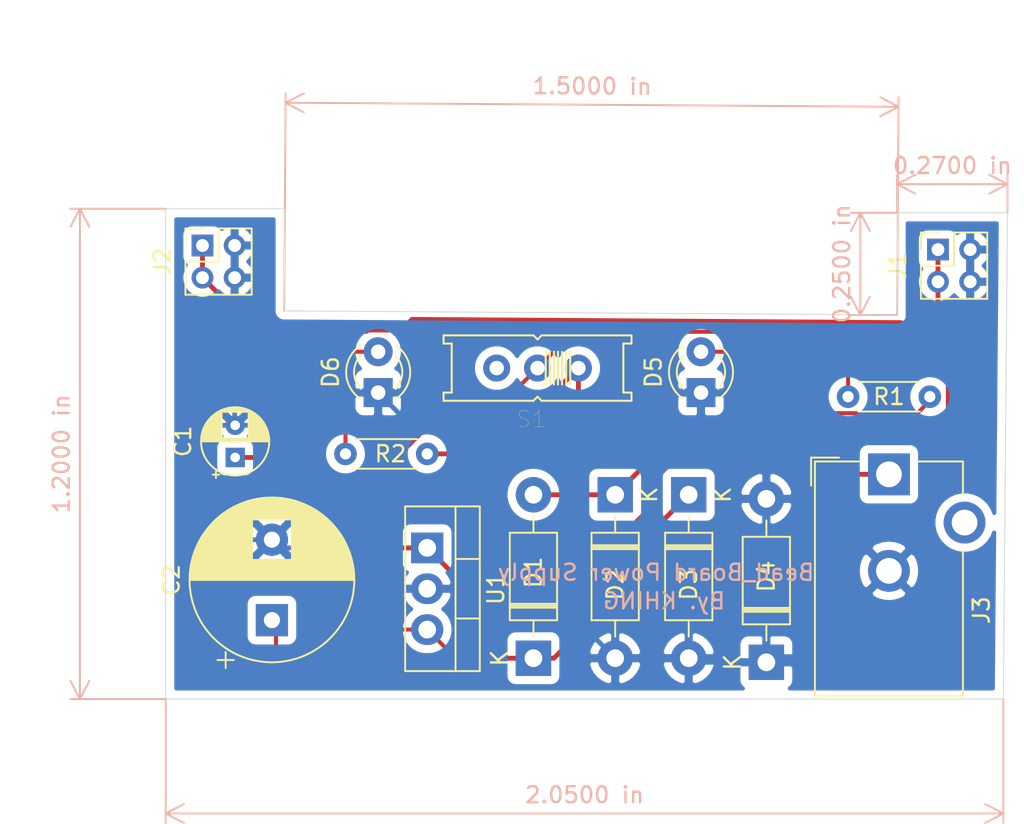
<source format=kicad_pcb>
(kicad_pcb (version 20171130) (host pcbnew "(5.1.8)-1")

  (general
    (thickness 1.6)
    (drawings 15)
    (tracks 112)
    (zones 0)
    (modules 15)
    (nets 10)
  )

  (page A4)
  (title_block
    (title "Bead Board Power supply")
    (date 2021-01-26)
    (rev 1.0)
  )

  (layers
    (0 F.Cu signal)
    (31 B.Cu signal)
    (32 B.Adhes user)
    (33 F.Adhes user)
    (34 B.Paste user)
    (35 F.Paste user)
    (36 B.SilkS user)
    (37 F.SilkS user)
    (38 B.Mask user)
    (39 F.Mask user)
    (40 Dwgs.User user)
    (41 Cmts.User user)
    (42 Eco1.User user)
    (43 Eco2.User user)
    (44 Edge.Cuts user)
    (45 Margin user)
    (46 B.CrtYd user)
    (47 F.CrtYd user)
    (48 B.Fab user)
    (49 F.Fab user)
  )

  (setup
    (last_trace_width 0.25)
    (user_trace_width 0.3)
    (trace_clearance 0.2)
    (zone_clearance 0.508)
    (zone_45_only no)
    (trace_min 0.2)
    (via_size 0.8)
    (via_drill 0.4)
    (via_min_size 0.4)
    (via_min_drill 0.3)
    (user_via 1 0.6)
    (uvia_size 0.3)
    (uvia_drill 0.1)
    (uvias_allowed no)
    (uvia_min_size 0.2)
    (uvia_min_drill 0.1)
    (edge_width 0.05)
    (segment_width 0.2)
    (pcb_text_width 0.3)
    (pcb_text_size 1.5 1.5)
    (mod_edge_width 0.12)
    (mod_text_size 1 1)
    (mod_text_width 0.15)
    (pad_size 1.524 1.524)
    (pad_drill 0.762)
    (pad_to_mask_clearance 0)
    (aux_axis_origin 0 0)
    (visible_elements FFFFFF7F)
    (pcbplotparams
      (layerselection 0x010fc_ffffffff)
      (usegerberextensions true)
      (usegerberattributes true)
      (usegerberadvancedattributes true)
      (creategerberjobfile true)
      (excludeedgelayer true)
      (linewidth 0.100000)
      (plotframeref false)
      (viasonmask false)
      (mode 1)
      (useauxorigin false)
      (hpglpennumber 1)
      (hpglpenspeed 20)
      (hpglpendiameter 15.000000)
      (psnegative false)
      (psa4output false)
      (plotreference true)
      (plotvalue true)
      (plotinvisibletext false)
      (padsonsilk false)
      (subtractmaskfromsilk false)
      (outputformat 1)
      (mirror false)
      (drillshape 0)
      (scaleselection 1)
      (outputdirectory "./Gerber_CUI"))
  )

  (net 0 "")
  (net 1 "Net-(C2-Pad1)")
  (net 2 "Net-(D5-Pad2)")
  (net 3 "Net-(D6-Pad2)")
  (net 4 "Net-(J3-Pad3)")
  (net 5 GND)
  (net 6 /V_IN)
  (net 7 /VCC)
  (net 8 V_out)
  (net 9 "Net-(S1-PadS)")

  (net_class Default "This is the default net class."
    (clearance 0.2)
    (trace_width 0.25)
    (via_dia 0.8)
    (via_drill 0.4)
    (uvia_dia 0.3)
    (uvia_drill 0.1)
    (add_net "Net-(C2-Pad1)")
    (add_net "Net-(D5-Pad2)")
    (add_net "Net-(D6-Pad2)")
    (add_net "Net-(J3-Pad3)")
    (add_net "Net-(S1-PadS)")
  )

  (net_class Power ""
    (clearance 0.3)
    (trace_width 0.3)
    (via_dia 1)
    (via_drill 0.5)
    (uvia_dia 0.3)
    (uvia_drill 0.1)
    (add_net /VCC)
    (add_net /V_IN)
    (add_net GND)
    (add_net V_out)
  )

  (module Package_TO_SOT_THT:TO-220-3_Vertical (layer F.Cu) (tedit 5AC8BA0D) (tstamp 60109D13)
    (at 132.08 102.87 270)
    (descr "TO-220-3, Vertical, RM 2.54mm, see https://www.vishay.com/docs/66542/to-220-1.pdf")
    (tags "TO-220-3 Vertical RM 2.54mm")
    (path /601071E0)
    (fp_text reference U1 (at 2.54 -4.27 90) (layer F.SilkS)
      (effects (font (size 1 1) (thickness 0.15)))
    )
    (fp_text value LM7805_TO220 (at 2.54 2.5 90) (layer F.Fab)
      (effects (font (size 1 1) (thickness 0.15)))
    )
    (fp_text user %R (at 2.54 -4.27 90) (layer F.Fab)
      (effects (font (size 1 1) (thickness 0.15)))
    )
    (fp_line (start -2.46 -3.15) (end -2.46 1.25) (layer F.Fab) (width 0.1))
    (fp_line (start -2.46 1.25) (end 7.54 1.25) (layer F.Fab) (width 0.1))
    (fp_line (start 7.54 1.25) (end 7.54 -3.15) (layer F.Fab) (width 0.1))
    (fp_line (start 7.54 -3.15) (end -2.46 -3.15) (layer F.Fab) (width 0.1))
    (fp_line (start -2.46 -1.88) (end 7.54 -1.88) (layer F.Fab) (width 0.1))
    (fp_line (start 0.69 -3.15) (end 0.69 -1.88) (layer F.Fab) (width 0.1))
    (fp_line (start 4.39 -3.15) (end 4.39 -1.88) (layer F.Fab) (width 0.1))
    (fp_line (start -2.58 -3.27) (end 7.66 -3.27) (layer F.SilkS) (width 0.12))
    (fp_line (start -2.58 1.371) (end 7.66 1.371) (layer F.SilkS) (width 0.12))
    (fp_line (start -2.58 -3.27) (end -2.58 1.371) (layer F.SilkS) (width 0.12))
    (fp_line (start 7.66 -3.27) (end 7.66 1.371) (layer F.SilkS) (width 0.12))
    (fp_line (start -2.58 -1.76) (end 7.66 -1.76) (layer F.SilkS) (width 0.12))
    (fp_line (start 0.69 -3.27) (end 0.69 -1.76) (layer F.SilkS) (width 0.12))
    (fp_line (start 4.391 -3.27) (end 4.391 -1.76) (layer F.SilkS) (width 0.12))
    (fp_line (start -2.71 -3.4) (end -2.71 1.51) (layer F.CrtYd) (width 0.05))
    (fp_line (start -2.71 1.51) (end 7.79 1.51) (layer F.CrtYd) (width 0.05))
    (fp_line (start 7.79 1.51) (end 7.79 -3.4) (layer F.CrtYd) (width 0.05))
    (fp_line (start 7.79 -3.4) (end -2.71 -3.4) (layer F.CrtYd) (width 0.05))
    (pad 3 thru_hole oval (at 5.08 0 270) (size 1.905 2) (drill 1.1) (layers *.Cu *.Mask)
      (net 1 "Net-(C2-Pad1)"))
    (pad 2 thru_hole oval (at 2.54 0 270) (size 1.905 2) (drill 1.1) (layers *.Cu *.Mask)
      (net 5 GND))
    (pad 1 thru_hole rect (at 0 0 270) (size 1.905 2) (drill 1.1) (layers *.Cu *.Mask)
      (net 6 /V_IN))
    (model ${KISYS3DMOD}/Package_TO_SOT_THT.3dshapes/TO-220-3_Vertical.wrl
      (at (xyz 0 0 0))
      (scale (xyz 1 1 1))
      (rotate (xyz 0 0 0))
    )
  )

  (module Resistor_THT:R_Axial_DIN0204_L3.6mm_D1.6mm_P5.08mm_Horizontal (layer F.Cu) (tedit 5AE5139B) (tstamp 60109CD5)
    (at 127 97.028)
    (descr "Resistor, Axial_DIN0204 series, Axial, Horizontal, pin pitch=5.08mm, 0.167W, length*diameter=3.6*1.6mm^2, http://cdn-reichelt.de/documents/datenblatt/B400/1_4W%23YAG.pdf")
    (tags "Resistor Axial_DIN0204 series Axial Horizontal pin pitch 5.08mm 0.167W length 3.6mm diameter 1.6mm")
    (path /60106A5E)
    (fp_text reference R2 (at 2.794 0) (layer F.SilkS)
      (effects (font (size 1 1) (thickness 0.15)))
    )
    (fp_text value "560 Ω" (at 2.54 1.92) (layer F.Fab)
      (effects (font (size 1 1) (thickness 0.15)))
    )
    (fp_text user %R (at 2.54 0) (layer F.Fab)
      (effects (font (size 0.72 0.72) (thickness 0.108)))
    )
    (fp_line (start 0.74 -0.8) (end 0.74 0.8) (layer F.Fab) (width 0.1))
    (fp_line (start 0.74 0.8) (end 4.34 0.8) (layer F.Fab) (width 0.1))
    (fp_line (start 4.34 0.8) (end 4.34 -0.8) (layer F.Fab) (width 0.1))
    (fp_line (start 4.34 -0.8) (end 0.74 -0.8) (layer F.Fab) (width 0.1))
    (fp_line (start 0 0) (end 0.74 0) (layer F.Fab) (width 0.1))
    (fp_line (start 5.08 0) (end 4.34 0) (layer F.Fab) (width 0.1))
    (fp_line (start 0.62 -0.92) (end 4.46 -0.92) (layer F.SilkS) (width 0.12))
    (fp_line (start 0.62 0.92) (end 4.46 0.92) (layer F.SilkS) (width 0.12))
    (fp_line (start -0.95 -1.05) (end -0.95 1.05) (layer F.CrtYd) (width 0.05))
    (fp_line (start -0.95 1.05) (end 6.03 1.05) (layer F.CrtYd) (width 0.05))
    (fp_line (start 6.03 1.05) (end 6.03 -1.05) (layer F.CrtYd) (width 0.05))
    (fp_line (start 6.03 -1.05) (end -0.95 -1.05) (layer F.CrtYd) (width 0.05))
    (pad 2 thru_hole oval (at 5.08 0) (size 1.4 1.4) (drill 0.7) (layers *.Cu *.Mask)
      (net 8 V_out))
    (pad 1 thru_hole circle (at 0 0) (size 1.4 1.4) (drill 0.7) (layers *.Cu *.Mask)
      (net 3 "Net-(D6-Pad2)"))
    (model ${KISYS3DMOD}/Resistor_THT.3dshapes/R_Axial_DIN0204_L3.6mm_D1.6mm_P5.08mm_Horizontal.wrl
      (at (xyz 0 0 0))
      (scale (xyz 1 1 1))
      (rotate (xyz 0 0 0))
    )
  )

  (module Connector_BarrelJack:BarrelJack_CUI_PJ-102AH_Horizontal (layer F.Cu) (tedit 5A1DBF38) (tstamp 60109CAF)
    (at 160.782 98.298)
    (descr "Thin-pin DC Barrel Jack, https://cdn-shop.adafruit.com/datasheets/21mmdcjackDatasheet.pdf")
    (tags "Power Jack")
    (path /601213DE)
    (fp_text reference J3 (at 5.75 8.45 90) (layer F.SilkS)
      (effects (font (size 1 1) (thickness 0.15)))
    )
    (fp_text value Barrel_Jack_Switch (at -5.5 6.2 90) (layer F.Fab)
      (effects (font (size 1 1) (thickness 0.15)))
    )
    (fp_text user %R (at 0 6.5) (layer F.Fab)
      (effects (font (size 1 1) (thickness 0.15)))
    )
    (fp_line (start 1.8 -1.8) (end 1.8 -1.2) (layer F.CrtYd) (width 0.05))
    (fp_line (start 1.8 -1.2) (end 5 -1.2) (layer F.CrtYd) (width 0.05))
    (fp_line (start 5 -1.2) (end 5 1.2) (layer F.CrtYd) (width 0.05))
    (fp_line (start 5 1.2) (end 6.5 1.2) (layer F.CrtYd) (width 0.05))
    (fp_line (start 6.5 1.2) (end 6.5 4.8) (layer F.CrtYd) (width 0.05))
    (fp_line (start 6.5 4.8) (end 5 4.8) (layer F.CrtYd) (width 0.05))
    (fp_line (start 5 4.8) (end 5 14.2) (layer F.CrtYd) (width 0.05))
    (fp_line (start 5 14.2) (end -5 14.2) (layer F.CrtYd) (width 0.05))
    (fp_line (start -5 14.2) (end -5 -1.2) (layer F.CrtYd) (width 0.05))
    (fp_line (start -5 -1.2) (end -1.8 -1.2) (layer F.CrtYd) (width 0.05))
    (fp_line (start -1.8 -1.2) (end -1.8 -1.8) (layer F.CrtYd) (width 0.05))
    (fp_line (start -1.8 -1.8) (end 1.8 -1.8) (layer F.CrtYd) (width 0.05))
    (fp_line (start 4.6 4.8) (end 4.6 13.8) (layer F.SilkS) (width 0.12))
    (fp_line (start 4.6 13.8) (end -4.6 13.8) (layer F.SilkS) (width 0.12))
    (fp_line (start -4.6 13.8) (end -4.6 -0.8) (layer F.SilkS) (width 0.12))
    (fp_line (start -4.6 -0.8) (end -1.8 -0.8) (layer F.SilkS) (width 0.12))
    (fp_line (start 1.8 -0.8) (end 4.6 -0.8) (layer F.SilkS) (width 0.12))
    (fp_line (start 4.6 -0.8) (end 4.6 1.2) (layer F.SilkS) (width 0.12))
    (fp_line (start -4.84 0.7) (end -4.84 -1.04) (layer F.SilkS) (width 0.12))
    (fp_line (start -4.84 -1.04) (end -3.1 -1.04) (layer F.SilkS) (width 0.12))
    (fp_line (start 4.5 -0.7) (end 4.5 13.7) (layer F.Fab) (width 0.1))
    (fp_line (start 4.5 13.7) (end -4.5 13.7) (layer F.Fab) (width 0.1))
    (fp_line (start -4.5 13.7) (end -4.5 0.3) (layer F.Fab) (width 0.1))
    (fp_line (start -4.5 0.3) (end -3.5 -0.7) (layer F.Fab) (width 0.1))
    (fp_line (start -3.5 -0.7) (end 4.5 -0.7) (layer F.Fab) (width 0.1))
    (fp_line (start -4.5 10.2) (end 4.5 10.2) (layer F.Fab) (width 0.1))
    (pad 3 thru_hole circle (at 4.7 3) (size 2.6 2.6) (drill 1.6) (layers *.Cu *.Mask)
      (net 4 "Net-(J3-Pad3)"))
    (pad 2 thru_hole circle (at 0 6) (size 2.6 2.6) (drill 1.6) (layers *.Cu *.Mask)
      (net 5 GND))
    (pad 1 thru_hole rect (at 0 0) (size 2.6 2.6) (drill 1.6) (layers *.Cu *.Mask)
      (net 7 /VCC))
    (model ${KISYS3DMOD}/Connector_BarrelJack.3dshapes/BarrelJack_CUI_PJ-102AH_Horizontal.wrl
      (at (xyz 0 0 0))
      (scale (xyz 1 1 1))
      (rotate (xyz 0 0 0))
    )
  )

  (module Connector_PinSocket_2.00mm:PinSocket_2x02_P2.00mm_Vertical (layer F.Cu) (tedit 5A19A42E) (tstamp 60109C8D)
    (at 118.11 84.074 90)
    (descr "Through hole straight socket strip, 2x02, 2.00mm pitch, double cols (from Kicad 4.0.7), script generated")
    (tags "Through hole socket strip THT 2x02 2.00mm double row")
    (path /6010CD58)
    (fp_text reference J2 (at -1 -2.5 90) (layer F.SilkS)
      (effects (font (size 1 1) (thickness 0.15)))
    )
    (fp_text value Conn_02x02_Counter_Clockwise (at 3.302 6.35 90) (layer F.Fab)
      (effects (font (size 1 1) (thickness 0.15)))
    )
    (fp_text user %R (at -1 1) (layer F.Fab)
      (effects (font (size 1 1) (thickness 0.15)))
    )
    (fp_line (start -3 -1) (end 0 -1) (layer F.Fab) (width 0.1))
    (fp_line (start 0 -1) (end 1 0) (layer F.Fab) (width 0.1))
    (fp_line (start 1 0) (end 1 3) (layer F.Fab) (width 0.1))
    (fp_line (start 1 3) (end -3 3) (layer F.Fab) (width 0.1))
    (fp_line (start -3 3) (end -3 -1) (layer F.Fab) (width 0.1))
    (fp_line (start -3.06 -1.06) (end -1 -1.06) (layer F.SilkS) (width 0.12))
    (fp_line (start -3.06 -1.06) (end -3.06 3.06) (layer F.SilkS) (width 0.12))
    (fp_line (start -3.06 3.06) (end 1.06 3.06) (layer F.SilkS) (width 0.12))
    (fp_line (start 1.06 1) (end 1.06 3.06) (layer F.SilkS) (width 0.12))
    (fp_line (start -1 1) (end 1.06 1) (layer F.SilkS) (width 0.12))
    (fp_line (start -1 -1.06) (end -1 1) (layer F.SilkS) (width 0.12))
    (fp_line (start 1.06 -1.06) (end 1.06 0) (layer F.SilkS) (width 0.12))
    (fp_line (start 0 -1.06) (end 1.06 -1.06) (layer F.SilkS) (width 0.12))
    (fp_line (start -3.5 -1.5) (end 1.5 -1.5) (layer F.CrtYd) (width 0.05))
    (fp_line (start 1.5 -1.5) (end 1.5 3.5) (layer F.CrtYd) (width 0.05))
    (fp_line (start 1.5 3.5) (end -3.5 3.5) (layer F.CrtYd) (width 0.05))
    (fp_line (start -3.5 3.5) (end -3.5 -1.5) (layer F.CrtYd) (width 0.05))
    (pad 4 thru_hole oval (at -2 2 90) (size 1.35 1.35) (drill 0.8) (layers *.Cu *.Mask)
      (net 5 GND))
    (pad 3 thru_hole oval (at 0 2 90) (size 1.35 1.35) (drill 0.8) (layers *.Cu *.Mask)
      (net 5 GND))
    (pad 2 thru_hole oval (at -2 0 90) (size 1.35 1.35) (drill 0.8) (layers *.Cu *.Mask)
      (net 8 V_out))
    (pad 1 thru_hole rect (at 0 0 90) (size 1.35 1.35) (drill 0.8) (layers *.Cu *.Mask)
      (net 8 V_out))
    (model ${KISYS3DMOD}/Connector_PinSocket_2.00mm.3dshapes/PinSocket_2x02_P2.00mm_Vertical.wrl
      (at (xyz 0 0 0))
      (scale (xyz 1 1 1))
      (rotate (xyz 0 0 0))
    )
  )

  (module Connector_PinSocket_2.00mm:PinSocket_2x02_P2.00mm_Vertical (layer F.Cu) (tedit 5A19A42E) (tstamp 60109C73)
    (at 163.83 84.328 90)
    (descr "Through hole straight socket strip, 2x02, 2.00mm pitch, double cols (from Kicad 4.0.7), script generated")
    (tags "Through hole socket strip THT 2x02 2.00mm double row")
    (path /6010C40E)
    (fp_text reference J1 (at -1 -2.5 90) (layer F.SilkS)
      (effects (font (size 1 1) (thickness 0.15)))
    )
    (fp_text value Conn_02x02_Counter_Clockwise (at -1 4.5 90) (layer F.Fab)
      (effects (font (size 1 1) (thickness 0.15)))
    )
    (fp_text user %R (at -1 1) (layer F.Fab)
      (effects (font (size 1 1) (thickness 0.15)))
    )
    (fp_line (start -3 -1) (end 0 -1) (layer F.Fab) (width 0.1))
    (fp_line (start 0 -1) (end 1 0) (layer F.Fab) (width 0.1))
    (fp_line (start 1 0) (end 1 3) (layer F.Fab) (width 0.1))
    (fp_line (start 1 3) (end -3 3) (layer F.Fab) (width 0.1))
    (fp_line (start -3 3) (end -3 -1) (layer F.Fab) (width 0.1))
    (fp_line (start -3.06 -1.06) (end -1 -1.06) (layer F.SilkS) (width 0.12))
    (fp_line (start -3.06 -1.06) (end -3.06 3.06) (layer F.SilkS) (width 0.12))
    (fp_line (start -3.06 3.06) (end 1.06 3.06) (layer F.SilkS) (width 0.12))
    (fp_line (start 1.06 1) (end 1.06 3.06) (layer F.SilkS) (width 0.12))
    (fp_line (start -1 1) (end 1.06 1) (layer F.SilkS) (width 0.12))
    (fp_line (start -1 -1.06) (end -1 1) (layer F.SilkS) (width 0.12))
    (fp_line (start 1.06 -1.06) (end 1.06 0) (layer F.SilkS) (width 0.12))
    (fp_line (start 0 -1.06) (end 1.06 -1.06) (layer F.SilkS) (width 0.12))
    (fp_line (start -3.5 -1.5) (end 1.5 -1.5) (layer F.CrtYd) (width 0.05))
    (fp_line (start 1.5 -1.5) (end 1.5 3.5) (layer F.CrtYd) (width 0.05))
    (fp_line (start 1.5 3.5) (end -3.5 3.5) (layer F.CrtYd) (width 0.05))
    (fp_line (start -3.5 3.5) (end -3.5 -1.5) (layer F.CrtYd) (width 0.05))
    (pad 4 thru_hole oval (at -2 2 90) (size 1.35 1.35) (drill 0.8) (layers *.Cu *.Mask)
      (net 5 GND))
    (pad 3 thru_hole oval (at 0 2 90) (size 1.35 1.35) (drill 0.8) (layers *.Cu *.Mask)
      (net 5 GND))
    (pad 2 thru_hole oval (at -2 0 90) (size 1.35 1.35) (drill 0.8) (layers *.Cu *.Mask)
      (net 8 V_out))
    (pad 1 thru_hole rect (at 0 0 90) (size 1.35 1.35) (drill 0.8) (layers *.Cu *.Mask)
      (net 8 V_out))
    (model ${KISYS3DMOD}/Connector_PinSocket_2.00mm.3dshapes/PinSocket_2x02_P2.00mm_Vertical.wrl
      (at (xyz 0 0 0))
      (scale (xyz 1 1 1))
      (rotate (xyz 0 0 0))
    )
  )

  (module LED_THT:LED_D3.0mm (layer F.Cu) (tedit 587A3A7B) (tstamp 60109C59)
    (at 129.032 93.218 90)
    (descr "LED, diameter 3.0mm, 2 pins")
    (tags "LED diameter 3.0mm 2 pins")
    (path /601093F5)
    (fp_text reference D6 (at 1.27 -2.96 90) (layer F.SilkS)
      (effects (font (size 1 1) (thickness 0.15)))
    )
    (fp_text value LED (at 1.27 2.96 90) (layer F.Fab)
      (effects (font (size 1 1) (thickness 0.15)))
    )
    (fp_arc (start 1.27 0) (end 0.229039 1.08) (angle -87.9) (layer F.SilkS) (width 0.12))
    (fp_arc (start 1.27 0) (end 0.229039 -1.08) (angle 87.9) (layer F.SilkS) (width 0.12))
    (fp_arc (start 1.27 0) (end -0.29 1.235516) (angle -108.8) (layer F.SilkS) (width 0.12))
    (fp_arc (start 1.27 0) (end -0.29 -1.235516) (angle 108.8) (layer F.SilkS) (width 0.12))
    (fp_arc (start 1.27 0) (end -0.23 -1.16619) (angle 284.3) (layer F.Fab) (width 0.1))
    (fp_circle (center 1.27 0) (end 2.77 0) (layer F.Fab) (width 0.1))
    (fp_line (start -0.23 -1.16619) (end -0.23 1.16619) (layer F.Fab) (width 0.1))
    (fp_line (start -0.29 -1.236) (end -0.29 -1.08) (layer F.SilkS) (width 0.12))
    (fp_line (start -0.29 1.08) (end -0.29 1.236) (layer F.SilkS) (width 0.12))
    (fp_line (start -1.15 -2.25) (end -1.15 2.25) (layer F.CrtYd) (width 0.05))
    (fp_line (start -1.15 2.25) (end 3.7 2.25) (layer F.CrtYd) (width 0.05))
    (fp_line (start 3.7 2.25) (end 3.7 -2.25) (layer F.CrtYd) (width 0.05))
    (fp_line (start 3.7 -2.25) (end -1.15 -2.25) (layer F.CrtYd) (width 0.05))
    (pad 2 thru_hole circle (at 2.54 0 90) (size 1.8 1.8) (drill 0.9) (layers *.Cu *.Mask)
      (net 3 "Net-(D6-Pad2)"))
    (pad 1 thru_hole rect (at 0 0 90) (size 1.8 1.8) (drill 0.9) (layers *.Cu *.Mask)
      (net 5 GND))
    (model ${KISYS3DMOD}/LED_THT.3dshapes/LED_D3.0mm.wrl
      (at (xyz 0 0 0))
      (scale (xyz 1 1 1))
      (rotate (xyz 0 0 0))
    )
  )

  (module LED_THT:LED_D3.0mm (layer F.Cu) (tedit 587A3A7B) (tstamp 60109C46)
    (at 149.098 93.218 90)
    (descr "LED, diameter 3.0mm, 2 pins")
    (tags "LED diameter 3.0mm 2 pins")
    (path /60108875)
    (fp_text reference D5 (at 1.27 -2.96 90) (layer F.SilkS)
      (effects (font (size 1 1) (thickness 0.15)))
    )
    (fp_text value LED (at 1.27 2.96 90) (layer F.Fab)
      (effects (font (size 1 1) (thickness 0.15)))
    )
    (fp_arc (start 1.27 0) (end 0.229039 1.08) (angle -87.9) (layer F.SilkS) (width 0.12))
    (fp_arc (start 1.27 0) (end 0.229039 -1.08) (angle 87.9) (layer F.SilkS) (width 0.12))
    (fp_arc (start 1.27 0) (end -0.29 1.235516) (angle -108.8) (layer F.SilkS) (width 0.12))
    (fp_arc (start 1.27 0) (end -0.29 -1.235516) (angle 108.8) (layer F.SilkS) (width 0.12))
    (fp_arc (start 1.27 0) (end -0.23 -1.16619) (angle 284.3) (layer F.Fab) (width 0.1))
    (fp_circle (center 1.27 0) (end 2.77 0) (layer F.Fab) (width 0.1))
    (fp_line (start -0.23 -1.16619) (end -0.23 1.16619) (layer F.Fab) (width 0.1))
    (fp_line (start -0.29 -1.236) (end -0.29 -1.08) (layer F.SilkS) (width 0.12))
    (fp_line (start -0.29 1.08) (end -0.29 1.236) (layer F.SilkS) (width 0.12))
    (fp_line (start -1.15 -2.25) (end -1.15 2.25) (layer F.CrtYd) (width 0.05))
    (fp_line (start -1.15 2.25) (end 3.7 2.25) (layer F.CrtYd) (width 0.05))
    (fp_line (start 3.7 2.25) (end 3.7 -2.25) (layer F.CrtYd) (width 0.05))
    (fp_line (start 3.7 -2.25) (end -1.15 -2.25) (layer F.CrtYd) (width 0.05))
    (pad 2 thru_hole circle (at 2.54 0 90) (size 1.8 1.8) (drill 0.9) (layers *.Cu *.Mask)
      (net 2 "Net-(D5-Pad2)"))
    (pad 1 thru_hole rect (at 0 0 90) (size 1.8 1.8) (drill 0.9) (layers *.Cu *.Mask)
      (net 5 GND))
    (model ${KISYS3DMOD}/LED_THT.3dshapes/LED_D3.0mm.wrl
      (at (xyz 0 0 0))
      (scale (xyz 1 1 1))
      (rotate (xyz 0 0 0))
    )
  )

  (module Diode_THT:D_DO-41_SOD81_P10.16mm_Horizontal (layer F.Cu) (tedit 5AE50CD5) (tstamp 60109C33)
    (at 153.162 109.982 90)
    (descr "Diode, DO-41_SOD81 series, Axial, Horizontal, pin pitch=10.16mm, , length*diameter=5.2*2.7mm^2, , http://www.diodes.com/_files/packages/DO-41%20(Plastic).pdf")
    (tags "Diode DO-41_SOD81 series Axial Horizontal pin pitch 10.16mm  length 5.2mm diameter 2.7mm")
    (path /600FD58F)
    (fp_text reference D4 (at 5.334 0 90) (layer F.SilkS)
      (effects (font (size 1 1) (thickness 0.15)))
    )
    (fp_text value 1N4007 (at 5.08 2.47 90) (layer F.Fab)
      (effects (font (size 1 1) (thickness 0.15)))
    )
    (fp_text user K (at 0 -2.1 90) (layer F.SilkS)
      (effects (font (size 1 1) (thickness 0.15)))
    )
    (fp_text user K (at 0 -2.1 90) (layer F.Fab)
      (effects (font (size 1 1) (thickness 0.15)))
    )
    (fp_text user %R (at 5.47 0 90) (layer F.Fab)
      (effects (font (size 1 1) (thickness 0.15)))
    )
    (fp_line (start 2.48 -1.35) (end 2.48 1.35) (layer F.Fab) (width 0.1))
    (fp_line (start 2.48 1.35) (end 7.68 1.35) (layer F.Fab) (width 0.1))
    (fp_line (start 7.68 1.35) (end 7.68 -1.35) (layer F.Fab) (width 0.1))
    (fp_line (start 7.68 -1.35) (end 2.48 -1.35) (layer F.Fab) (width 0.1))
    (fp_line (start 0 0) (end 2.48 0) (layer F.Fab) (width 0.1))
    (fp_line (start 10.16 0) (end 7.68 0) (layer F.Fab) (width 0.1))
    (fp_line (start 3.26 -1.35) (end 3.26 1.35) (layer F.Fab) (width 0.1))
    (fp_line (start 3.36 -1.35) (end 3.36 1.35) (layer F.Fab) (width 0.1))
    (fp_line (start 3.16 -1.35) (end 3.16 1.35) (layer F.Fab) (width 0.1))
    (fp_line (start 2.36 -1.47) (end 2.36 1.47) (layer F.SilkS) (width 0.12))
    (fp_line (start 2.36 1.47) (end 7.8 1.47) (layer F.SilkS) (width 0.12))
    (fp_line (start 7.8 1.47) (end 7.8 -1.47) (layer F.SilkS) (width 0.12))
    (fp_line (start 7.8 -1.47) (end 2.36 -1.47) (layer F.SilkS) (width 0.12))
    (fp_line (start 1.34 0) (end 2.36 0) (layer F.SilkS) (width 0.12))
    (fp_line (start 8.82 0) (end 7.8 0) (layer F.SilkS) (width 0.12))
    (fp_line (start 3.26 -1.47) (end 3.26 1.47) (layer F.SilkS) (width 0.12))
    (fp_line (start 3.38 -1.47) (end 3.38 1.47) (layer F.SilkS) (width 0.12))
    (fp_line (start 3.14 -1.47) (end 3.14 1.47) (layer F.SilkS) (width 0.12))
    (fp_line (start -1.35 -1.6) (end -1.35 1.6) (layer F.CrtYd) (width 0.05))
    (fp_line (start -1.35 1.6) (end 11.51 1.6) (layer F.CrtYd) (width 0.05))
    (fp_line (start 11.51 1.6) (end 11.51 -1.6) (layer F.CrtYd) (width 0.05))
    (fp_line (start 11.51 -1.6) (end -1.35 -1.6) (layer F.CrtYd) (width 0.05))
    (pad 2 thru_hole oval (at 10.16 0 90) (size 2.2 2.2) (drill 1.1) (layers *.Cu *.Mask)
      (net 5 GND))
    (pad 1 thru_hole rect (at 0 0 90) (size 2.2 2.2) (drill 1.1) (layers *.Cu *.Mask)
      (net 5 GND))
    (model ${KISYS3DMOD}/Diode_THT.3dshapes/D_DO-41_SOD81_P10.16mm_Horizontal.wrl
      (at (xyz 0 0 0))
      (scale (xyz 1 1 1))
      (rotate (xyz 0 0 0))
    )
  )

  (module Diode_THT:D_DO-41_SOD81_P10.16mm_Horizontal (layer F.Cu) (tedit 5AE50CD5) (tstamp 60109C14)
    (at 148.336 99.568 270)
    (descr "Diode, DO-41_SOD81 series, Axial, Horizontal, pin pitch=10.16mm, , length*diameter=5.2*2.7mm^2, , http://www.diodes.com/_files/packages/DO-41%20(Plastic).pdf")
    (tags "Diode DO-41_SOD81 series Axial Horizontal pin pitch 10.16mm  length 5.2mm diameter 2.7mm")
    (path /600FF37D)
    (fp_text reference D3 (at 5.588 0 90) (layer F.SilkS)
      (effects (font (size 1 1) (thickness 0.15)))
    )
    (fp_text value 1N4007 (at 5.08 2.47 90) (layer F.Fab)
      (effects (font (size 1 1) (thickness 0.15)))
    )
    (fp_text user K (at 0 -2.1 90) (layer F.SilkS)
      (effects (font (size 1 1) (thickness 0.15)))
    )
    (fp_text user K (at 0 -2.1 90) (layer F.Fab)
      (effects (font (size 1 1) (thickness 0.15)))
    )
    (fp_text user %R (at 5.47 0 90) (layer F.Fab)
      (effects (font (size 1 1) (thickness 0.15)))
    )
    (fp_line (start 2.48 -1.35) (end 2.48 1.35) (layer F.Fab) (width 0.1))
    (fp_line (start 2.48 1.35) (end 7.68 1.35) (layer F.Fab) (width 0.1))
    (fp_line (start 7.68 1.35) (end 7.68 -1.35) (layer F.Fab) (width 0.1))
    (fp_line (start 7.68 -1.35) (end 2.48 -1.35) (layer F.Fab) (width 0.1))
    (fp_line (start 0 0) (end 2.48 0) (layer F.Fab) (width 0.1))
    (fp_line (start 10.16 0) (end 7.68 0) (layer F.Fab) (width 0.1))
    (fp_line (start 3.26 -1.35) (end 3.26 1.35) (layer F.Fab) (width 0.1))
    (fp_line (start 3.36 -1.35) (end 3.36 1.35) (layer F.Fab) (width 0.1))
    (fp_line (start 3.16 -1.35) (end 3.16 1.35) (layer F.Fab) (width 0.1))
    (fp_line (start 2.36 -1.47) (end 2.36 1.47) (layer F.SilkS) (width 0.12))
    (fp_line (start 2.36 1.47) (end 7.8 1.47) (layer F.SilkS) (width 0.12))
    (fp_line (start 7.8 1.47) (end 7.8 -1.47) (layer F.SilkS) (width 0.12))
    (fp_line (start 7.8 -1.47) (end 2.36 -1.47) (layer F.SilkS) (width 0.12))
    (fp_line (start 1.34 0) (end 2.36 0) (layer F.SilkS) (width 0.12))
    (fp_line (start 8.82 0) (end 7.8 0) (layer F.SilkS) (width 0.12))
    (fp_line (start 3.26 -1.47) (end 3.26 1.47) (layer F.SilkS) (width 0.12))
    (fp_line (start 3.38 -1.47) (end 3.38 1.47) (layer F.SilkS) (width 0.12))
    (fp_line (start 3.14 -1.47) (end 3.14 1.47) (layer F.SilkS) (width 0.12))
    (fp_line (start -1.35 -1.6) (end -1.35 1.6) (layer F.CrtYd) (width 0.05))
    (fp_line (start -1.35 1.6) (end 11.51 1.6) (layer F.CrtYd) (width 0.05))
    (fp_line (start 11.51 1.6) (end 11.51 -1.6) (layer F.CrtYd) (width 0.05))
    (fp_line (start 11.51 -1.6) (end -1.35 -1.6) (layer F.CrtYd) (width 0.05))
    (pad 2 thru_hole oval (at 10.16 0 270) (size 2.2 2.2) (drill 1.1) (layers *.Cu *.Mask)
      (net 5 GND))
    (pad 1 thru_hole rect (at 0 0 270) (size 2.2 2.2) (drill 1.1) (layers *.Cu *.Mask)
      (net 6 /V_IN))
    (model ${KISYS3DMOD}/Diode_THT.3dshapes/D_DO-41_SOD81_P10.16mm_Horizontal.wrl
      (at (xyz 0 0 0))
      (scale (xyz 1 1 1))
      (rotate (xyz 0 0 0))
    )
  )

  (module Diode_THT:D_DO-41_SOD81_P10.16mm_Horizontal (layer F.Cu) (tedit 5AE50CD5) (tstamp 60109BF5)
    (at 143.764 99.568 270)
    (descr "Diode, DO-41_SOD81 series, Axial, Horizontal, pin pitch=10.16mm, , length*diameter=5.2*2.7mm^2, , http://www.diodes.com/_files/packages/DO-41%20(Plastic).pdf")
    (tags "Diode DO-41_SOD81 series Axial Horizontal pin pitch 10.16mm  length 5.2mm diameter 2.7mm")
    (path /600FF377)
    (fp_text reference D2 (at 5.588 0 90) (layer F.SilkS)
      (effects (font (size 1 1) (thickness 0.15)))
    )
    (fp_text value 1N4007 (at 5.08 2.47 90) (layer F.Fab)
      (effects (font (size 1 1) (thickness 0.15)))
    )
    (fp_text user K (at 0 -2.1 90) (layer F.SilkS)
      (effects (font (size 1 1) (thickness 0.15)))
    )
    (fp_text user K (at 0 -2.1 90) (layer F.Fab)
      (effects (font (size 1 1) (thickness 0.15)))
    )
    (fp_text user %R (at 5.47 0 90) (layer F.Fab)
      (effects (font (size 1 1) (thickness 0.15)))
    )
    (fp_line (start 2.48 -1.35) (end 2.48 1.35) (layer F.Fab) (width 0.1))
    (fp_line (start 2.48 1.35) (end 7.68 1.35) (layer F.Fab) (width 0.1))
    (fp_line (start 7.68 1.35) (end 7.68 -1.35) (layer F.Fab) (width 0.1))
    (fp_line (start 7.68 -1.35) (end 2.48 -1.35) (layer F.Fab) (width 0.1))
    (fp_line (start 0 0) (end 2.48 0) (layer F.Fab) (width 0.1))
    (fp_line (start 10.16 0) (end 7.68 0) (layer F.Fab) (width 0.1))
    (fp_line (start 3.26 -1.35) (end 3.26 1.35) (layer F.Fab) (width 0.1))
    (fp_line (start 3.36 -1.35) (end 3.36 1.35) (layer F.Fab) (width 0.1))
    (fp_line (start 3.16 -1.35) (end 3.16 1.35) (layer F.Fab) (width 0.1))
    (fp_line (start 2.36 -1.47) (end 2.36 1.47) (layer F.SilkS) (width 0.12))
    (fp_line (start 2.36 1.47) (end 7.8 1.47) (layer F.SilkS) (width 0.12))
    (fp_line (start 7.8 1.47) (end 7.8 -1.47) (layer F.SilkS) (width 0.12))
    (fp_line (start 7.8 -1.47) (end 2.36 -1.47) (layer F.SilkS) (width 0.12))
    (fp_line (start 1.34 0) (end 2.36 0) (layer F.SilkS) (width 0.12))
    (fp_line (start 8.82 0) (end 7.8 0) (layer F.SilkS) (width 0.12))
    (fp_line (start 3.26 -1.47) (end 3.26 1.47) (layer F.SilkS) (width 0.12))
    (fp_line (start 3.38 -1.47) (end 3.38 1.47) (layer F.SilkS) (width 0.12))
    (fp_line (start 3.14 -1.47) (end 3.14 1.47) (layer F.SilkS) (width 0.12))
    (fp_line (start -1.35 -1.6) (end -1.35 1.6) (layer F.CrtYd) (width 0.05))
    (fp_line (start -1.35 1.6) (end 11.51 1.6) (layer F.CrtYd) (width 0.05))
    (fp_line (start 11.51 1.6) (end 11.51 -1.6) (layer F.CrtYd) (width 0.05))
    (fp_line (start 11.51 -1.6) (end -1.35 -1.6) (layer F.CrtYd) (width 0.05))
    (pad 2 thru_hole oval (at 10.16 0 270) (size 2.2 2.2) (drill 1.1) (layers *.Cu *.Mask)
      (net 5 GND))
    (pad 1 thru_hole rect (at 0 0 270) (size 2.2 2.2) (drill 1.1) (layers *.Cu *.Mask)
      (net 7 /VCC))
    (model ${KISYS3DMOD}/Diode_THT.3dshapes/D_DO-41_SOD81_P10.16mm_Horizontal.wrl
      (at (xyz 0 0 0))
      (scale (xyz 1 1 1))
      (rotate (xyz 0 0 0))
    )
  )

  (module Diode_THT:D_DO-41_SOD81_P10.16mm_Horizontal (layer F.Cu) (tedit 5AE50CD5) (tstamp 60109BD6)
    (at 138.684 109.728 90)
    (descr "Diode, DO-41_SOD81 series, Axial, Horizontal, pin pitch=10.16mm, , length*diameter=5.2*2.7mm^2, , http://www.diodes.com/_files/packages/DO-41%20(Plastic).pdf")
    (tags "Diode DO-41_SOD81 series Axial Horizontal pin pitch 10.16mm  length 5.2mm diameter 2.7mm")
    (path /600FDDCE)
    (fp_text reference D1 (at 5.334 0 90) (layer F.SilkS)
      (effects (font (size 1 1) (thickness 0.15)))
    )
    (fp_text value 1N4007 (at 5.08 2.47 90) (layer F.Fab)
      (effects (font (size 1 1) (thickness 0.15)))
    )
    (fp_text user K (at 0 -2.1 90) (layer F.SilkS)
      (effects (font (size 1 1) (thickness 0.15)))
    )
    (fp_text user K (at 0 -2.1 90) (layer F.Fab)
      (effects (font (size 1 1) (thickness 0.15)))
    )
    (fp_text user %R (at 5.47 0 90) (layer F.Fab)
      (effects (font (size 1 1) (thickness 0.15)))
    )
    (fp_line (start 2.48 -1.35) (end 2.48 1.35) (layer F.Fab) (width 0.1))
    (fp_line (start 2.48 1.35) (end 7.68 1.35) (layer F.Fab) (width 0.1))
    (fp_line (start 7.68 1.35) (end 7.68 -1.35) (layer F.Fab) (width 0.1))
    (fp_line (start 7.68 -1.35) (end 2.48 -1.35) (layer F.Fab) (width 0.1))
    (fp_line (start 0 0) (end 2.48 0) (layer F.Fab) (width 0.1))
    (fp_line (start 10.16 0) (end 7.68 0) (layer F.Fab) (width 0.1))
    (fp_line (start 3.26 -1.35) (end 3.26 1.35) (layer F.Fab) (width 0.1))
    (fp_line (start 3.36 -1.35) (end 3.36 1.35) (layer F.Fab) (width 0.1))
    (fp_line (start 3.16 -1.35) (end 3.16 1.35) (layer F.Fab) (width 0.1))
    (fp_line (start 2.36 -1.47) (end 2.36 1.47) (layer F.SilkS) (width 0.12))
    (fp_line (start 2.36 1.47) (end 7.8 1.47) (layer F.SilkS) (width 0.12))
    (fp_line (start 7.8 1.47) (end 7.8 -1.47) (layer F.SilkS) (width 0.12))
    (fp_line (start 7.8 -1.47) (end 2.36 -1.47) (layer F.SilkS) (width 0.12))
    (fp_line (start 1.34 0) (end 2.36 0) (layer F.SilkS) (width 0.12))
    (fp_line (start 8.82 0) (end 7.8 0) (layer F.SilkS) (width 0.12))
    (fp_line (start 3.26 -1.47) (end 3.26 1.47) (layer F.SilkS) (width 0.12))
    (fp_line (start 3.38 -1.47) (end 3.38 1.47) (layer F.SilkS) (width 0.12))
    (fp_line (start 3.14 -1.47) (end 3.14 1.47) (layer F.SilkS) (width 0.12))
    (fp_line (start -1.35 -1.6) (end -1.35 1.6) (layer F.CrtYd) (width 0.05))
    (fp_line (start -1.35 1.6) (end 11.51 1.6) (layer F.CrtYd) (width 0.05))
    (fp_line (start 11.51 1.6) (end 11.51 -1.6) (layer F.CrtYd) (width 0.05))
    (fp_line (start 11.51 -1.6) (end -1.35 -1.6) (layer F.CrtYd) (width 0.05))
    (pad 2 thru_hole oval (at 10.16 0 90) (size 2.2 2.2) (drill 1.1) (layers *.Cu *.Mask)
      (net 7 /VCC))
    (pad 1 thru_hole rect (at 0 0 90) (size 2.2 2.2) (drill 1.1) (layers *.Cu *.Mask)
      (net 6 /V_IN))
    (model ${KISYS3DMOD}/Diode_THT.3dshapes/D_DO-41_SOD81_P10.16mm_Horizontal.wrl
      (at (xyz 0 0 0))
      (scale (xyz 1 1 1))
      (rotate (xyz 0 0 0))
    )
  )

  (module Capacitor_THT:CP_Radial_D4.0mm_P2.00mm (layer F.Cu) (tedit 5AE50EF0) (tstamp 60109B4B)
    (at 120.142 97.25 90)
    (descr "CP, Radial series, Radial, pin pitch=2.00mm, , diameter=4mm, Electrolytic Capacitor")
    (tags "CP Radial series Radial pin pitch 2.00mm  diameter 4mm Electrolytic Capacitor")
    (path /60103B80)
    (fp_text reference C1 (at 1 -3.25 90) (layer F.SilkS)
      (effects (font (size 1 1) (thickness 0.15)))
    )
    (fp_text value 47uF (at 1 3.25 90) (layer F.Fab)
      (effects (font (size 1 1) (thickness 0.15)))
    )
    (fp_text user %R (at 1 0 90) (layer F.Fab)
      (effects (font (size 0.8 0.8) (thickness 0.12)))
    )
    (fp_circle (center 1 0) (end 3 0) (layer F.Fab) (width 0.1))
    (fp_circle (center 1 0) (end 3.12 0) (layer F.SilkS) (width 0.12))
    (fp_circle (center 1 0) (end 3.25 0) (layer F.CrtYd) (width 0.05))
    (fp_line (start -0.702554 -0.8675) (end -0.302554 -0.8675) (layer F.Fab) (width 0.1))
    (fp_line (start -0.502554 -1.0675) (end -0.502554 -0.6675) (layer F.Fab) (width 0.1))
    (fp_line (start 1 -2.08) (end 1 2.08) (layer F.SilkS) (width 0.12))
    (fp_line (start 1.04 -2.08) (end 1.04 2.08) (layer F.SilkS) (width 0.12))
    (fp_line (start 1.08 -2.079) (end 1.08 2.079) (layer F.SilkS) (width 0.12))
    (fp_line (start 1.12 -2.077) (end 1.12 2.077) (layer F.SilkS) (width 0.12))
    (fp_line (start 1.16 -2.074) (end 1.16 2.074) (layer F.SilkS) (width 0.12))
    (fp_line (start 1.2 -2.071) (end 1.2 -0.84) (layer F.SilkS) (width 0.12))
    (fp_line (start 1.2 0.84) (end 1.2 2.071) (layer F.SilkS) (width 0.12))
    (fp_line (start 1.24 -2.067) (end 1.24 -0.84) (layer F.SilkS) (width 0.12))
    (fp_line (start 1.24 0.84) (end 1.24 2.067) (layer F.SilkS) (width 0.12))
    (fp_line (start 1.28 -2.062) (end 1.28 -0.84) (layer F.SilkS) (width 0.12))
    (fp_line (start 1.28 0.84) (end 1.28 2.062) (layer F.SilkS) (width 0.12))
    (fp_line (start 1.32 -2.056) (end 1.32 -0.84) (layer F.SilkS) (width 0.12))
    (fp_line (start 1.32 0.84) (end 1.32 2.056) (layer F.SilkS) (width 0.12))
    (fp_line (start 1.36 -2.05) (end 1.36 -0.84) (layer F.SilkS) (width 0.12))
    (fp_line (start 1.36 0.84) (end 1.36 2.05) (layer F.SilkS) (width 0.12))
    (fp_line (start 1.4 -2.042) (end 1.4 -0.84) (layer F.SilkS) (width 0.12))
    (fp_line (start 1.4 0.84) (end 1.4 2.042) (layer F.SilkS) (width 0.12))
    (fp_line (start 1.44 -2.034) (end 1.44 -0.84) (layer F.SilkS) (width 0.12))
    (fp_line (start 1.44 0.84) (end 1.44 2.034) (layer F.SilkS) (width 0.12))
    (fp_line (start 1.48 -2.025) (end 1.48 -0.84) (layer F.SilkS) (width 0.12))
    (fp_line (start 1.48 0.84) (end 1.48 2.025) (layer F.SilkS) (width 0.12))
    (fp_line (start 1.52 -2.016) (end 1.52 -0.84) (layer F.SilkS) (width 0.12))
    (fp_line (start 1.52 0.84) (end 1.52 2.016) (layer F.SilkS) (width 0.12))
    (fp_line (start 1.56 -2.005) (end 1.56 -0.84) (layer F.SilkS) (width 0.12))
    (fp_line (start 1.56 0.84) (end 1.56 2.005) (layer F.SilkS) (width 0.12))
    (fp_line (start 1.6 -1.994) (end 1.6 -0.84) (layer F.SilkS) (width 0.12))
    (fp_line (start 1.6 0.84) (end 1.6 1.994) (layer F.SilkS) (width 0.12))
    (fp_line (start 1.64 -1.982) (end 1.64 -0.84) (layer F.SilkS) (width 0.12))
    (fp_line (start 1.64 0.84) (end 1.64 1.982) (layer F.SilkS) (width 0.12))
    (fp_line (start 1.68 -1.968) (end 1.68 -0.84) (layer F.SilkS) (width 0.12))
    (fp_line (start 1.68 0.84) (end 1.68 1.968) (layer F.SilkS) (width 0.12))
    (fp_line (start 1.721 -1.954) (end 1.721 -0.84) (layer F.SilkS) (width 0.12))
    (fp_line (start 1.721 0.84) (end 1.721 1.954) (layer F.SilkS) (width 0.12))
    (fp_line (start 1.761 -1.94) (end 1.761 -0.84) (layer F.SilkS) (width 0.12))
    (fp_line (start 1.761 0.84) (end 1.761 1.94) (layer F.SilkS) (width 0.12))
    (fp_line (start 1.801 -1.924) (end 1.801 -0.84) (layer F.SilkS) (width 0.12))
    (fp_line (start 1.801 0.84) (end 1.801 1.924) (layer F.SilkS) (width 0.12))
    (fp_line (start 1.841 -1.907) (end 1.841 -0.84) (layer F.SilkS) (width 0.12))
    (fp_line (start 1.841 0.84) (end 1.841 1.907) (layer F.SilkS) (width 0.12))
    (fp_line (start 1.881 -1.889) (end 1.881 -0.84) (layer F.SilkS) (width 0.12))
    (fp_line (start 1.881 0.84) (end 1.881 1.889) (layer F.SilkS) (width 0.12))
    (fp_line (start 1.921 -1.87) (end 1.921 -0.84) (layer F.SilkS) (width 0.12))
    (fp_line (start 1.921 0.84) (end 1.921 1.87) (layer F.SilkS) (width 0.12))
    (fp_line (start 1.961 -1.851) (end 1.961 -0.84) (layer F.SilkS) (width 0.12))
    (fp_line (start 1.961 0.84) (end 1.961 1.851) (layer F.SilkS) (width 0.12))
    (fp_line (start 2.001 -1.83) (end 2.001 -0.84) (layer F.SilkS) (width 0.12))
    (fp_line (start 2.001 0.84) (end 2.001 1.83) (layer F.SilkS) (width 0.12))
    (fp_line (start 2.041 -1.808) (end 2.041 -0.84) (layer F.SilkS) (width 0.12))
    (fp_line (start 2.041 0.84) (end 2.041 1.808) (layer F.SilkS) (width 0.12))
    (fp_line (start 2.081 -1.785) (end 2.081 -0.84) (layer F.SilkS) (width 0.12))
    (fp_line (start 2.081 0.84) (end 2.081 1.785) (layer F.SilkS) (width 0.12))
    (fp_line (start 2.121 -1.76) (end 2.121 -0.84) (layer F.SilkS) (width 0.12))
    (fp_line (start 2.121 0.84) (end 2.121 1.76) (layer F.SilkS) (width 0.12))
    (fp_line (start 2.161 -1.735) (end 2.161 -0.84) (layer F.SilkS) (width 0.12))
    (fp_line (start 2.161 0.84) (end 2.161 1.735) (layer F.SilkS) (width 0.12))
    (fp_line (start 2.201 -1.708) (end 2.201 -0.84) (layer F.SilkS) (width 0.12))
    (fp_line (start 2.201 0.84) (end 2.201 1.708) (layer F.SilkS) (width 0.12))
    (fp_line (start 2.241 -1.68) (end 2.241 -0.84) (layer F.SilkS) (width 0.12))
    (fp_line (start 2.241 0.84) (end 2.241 1.68) (layer F.SilkS) (width 0.12))
    (fp_line (start 2.281 -1.65) (end 2.281 -0.84) (layer F.SilkS) (width 0.12))
    (fp_line (start 2.281 0.84) (end 2.281 1.65) (layer F.SilkS) (width 0.12))
    (fp_line (start 2.321 -1.619) (end 2.321 -0.84) (layer F.SilkS) (width 0.12))
    (fp_line (start 2.321 0.84) (end 2.321 1.619) (layer F.SilkS) (width 0.12))
    (fp_line (start 2.361 -1.587) (end 2.361 -0.84) (layer F.SilkS) (width 0.12))
    (fp_line (start 2.361 0.84) (end 2.361 1.587) (layer F.SilkS) (width 0.12))
    (fp_line (start 2.401 -1.552) (end 2.401 -0.84) (layer F.SilkS) (width 0.12))
    (fp_line (start 2.401 0.84) (end 2.401 1.552) (layer F.SilkS) (width 0.12))
    (fp_line (start 2.441 -1.516) (end 2.441 -0.84) (layer F.SilkS) (width 0.12))
    (fp_line (start 2.441 0.84) (end 2.441 1.516) (layer F.SilkS) (width 0.12))
    (fp_line (start 2.481 -1.478) (end 2.481 -0.84) (layer F.SilkS) (width 0.12))
    (fp_line (start 2.481 0.84) (end 2.481 1.478) (layer F.SilkS) (width 0.12))
    (fp_line (start 2.521 -1.438) (end 2.521 -0.84) (layer F.SilkS) (width 0.12))
    (fp_line (start 2.521 0.84) (end 2.521 1.438) (layer F.SilkS) (width 0.12))
    (fp_line (start 2.561 -1.396) (end 2.561 -0.84) (layer F.SilkS) (width 0.12))
    (fp_line (start 2.561 0.84) (end 2.561 1.396) (layer F.SilkS) (width 0.12))
    (fp_line (start 2.601 -1.351) (end 2.601 -0.84) (layer F.SilkS) (width 0.12))
    (fp_line (start 2.601 0.84) (end 2.601 1.351) (layer F.SilkS) (width 0.12))
    (fp_line (start 2.641 -1.304) (end 2.641 -0.84) (layer F.SilkS) (width 0.12))
    (fp_line (start 2.641 0.84) (end 2.641 1.304) (layer F.SilkS) (width 0.12))
    (fp_line (start 2.681 -1.254) (end 2.681 -0.84) (layer F.SilkS) (width 0.12))
    (fp_line (start 2.681 0.84) (end 2.681 1.254) (layer F.SilkS) (width 0.12))
    (fp_line (start 2.721 -1.2) (end 2.721 -0.84) (layer F.SilkS) (width 0.12))
    (fp_line (start 2.721 0.84) (end 2.721 1.2) (layer F.SilkS) (width 0.12))
    (fp_line (start 2.761 -1.142) (end 2.761 -0.84) (layer F.SilkS) (width 0.12))
    (fp_line (start 2.761 0.84) (end 2.761 1.142) (layer F.SilkS) (width 0.12))
    (fp_line (start 2.801 -1.08) (end 2.801 -0.84) (layer F.SilkS) (width 0.12))
    (fp_line (start 2.801 0.84) (end 2.801 1.08) (layer F.SilkS) (width 0.12))
    (fp_line (start 2.841 -1.013) (end 2.841 1.013) (layer F.SilkS) (width 0.12))
    (fp_line (start 2.881 -0.94) (end 2.881 0.94) (layer F.SilkS) (width 0.12))
    (fp_line (start 2.921 -0.859) (end 2.921 0.859) (layer F.SilkS) (width 0.12))
    (fp_line (start 2.961 -0.768) (end 2.961 0.768) (layer F.SilkS) (width 0.12))
    (fp_line (start 3.001 -0.664) (end 3.001 0.664) (layer F.SilkS) (width 0.12))
    (fp_line (start 3.041 -0.537) (end 3.041 0.537) (layer F.SilkS) (width 0.12))
    (fp_line (start 3.081 -0.37) (end 3.081 0.37) (layer F.SilkS) (width 0.12))
    (fp_line (start -1.269801 -1.195) (end -0.869801 -1.195) (layer F.SilkS) (width 0.12))
    (fp_line (start -1.069801 -1.395) (end -1.069801 -0.995) (layer F.SilkS) (width 0.12))
    (pad 2 thru_hole circle (at 2 0 90) (size 1.2 1.2) (drill 0.6) (layers *.Cu *.Mask)
      (net 5 GND))
    (pad 1 thru_hole rect (at 0 0 90) (size 1.2 1.2) (drill 0.6) (layers *.Cu *.Mask)
      (net 6 /V_IN))
    (model ${KISYS3DMOD}/Capacitor_THT.3dshapes/CP_Radial_D4.0mm_P2.00mm.wrl
      (at (xyz 0 0 0))
      (scale (xyz 1 1 1))
      (rotate (xyz 0 0 0))
    )
  )

  (module EG1218 (layer F.Cu) (tedit 600FE4A5) (tstamp 6010E8C6)
    (at 138.938 91.694 180)
    (path /60182416)
    (fp_text reference S1 (at 0.381 -3.175) (layer F.SilkS)
      (effects (font (size 1 1) (thickness 0.015)))
    )
    (fp_text value EG1218 (at 0 0) (layer F.Fab)
      (effects (font (size 0.787402 0.787402) (thickness 0.015)))
    )
    (fp_line (start -0.508 -1.016) (end -0.508 1.016) (layer F.SilkS) (width 0.127))
    (fp_line (start -0.762 1.016) (end -0.762 -1.016) (layer F.SilkS) (width 0.127))
    (fp_line (start -1.016 -1.016) (end -1.016 1.016) (layer F.SilkS) (width 0.127))
    (fp_line (start -1.27 1.016) (end -1.27 -1.016) (layer F.SilkS) (width 0.127))
    (fp_line (start -1.524 -1.016) (end -1.524 1.016) (layer F.SilkS) (width 0.127))
    (fp_line (start -1.778 1.016) (end -1.778 -1.016) (layer F.SilkS) (width 0.127))
    (fp_line (start -2.032 -1.016) (end -2.032 1.016) (layer F.SilkS) (width 0.127))
    (fp_line (start -2.286 1.016) (end -2.286 -1.016) (layer Dwgs.User) (width 0.127))
    (fp_line (start 2.286 1.016) (end -2.286 1.016) (layer Dwgs.User) (width 0.127))
    (fp_line (start 2.286 -1.016) (end 2.286 1.016) (layer Dwgs.User) (width 0.127))
    (fp_line (start -2.286 -1.016) (end 2.286 -1.016) (layer Dwgs.User) (width 0.127))
    (fp_line (start -5.842 -1.524) (end -5.842 -2.032) (layer F.SilkS) (width 0.127))
    (fp_line (start -5.334 -1.524) (end -5.842 -1.524) (layer F.SilkS) (width 0.127))
    (fp_line (start -5.334 1.524) (end -5.334 -1.524) (layer F.SilkS) (width 0.127))
    (fp_line (start -5.842 1.524) (end -5.334 1.524) (layer F.SilkS) (width 0.127))
    (fp_line (start -5.842 2.032) (end -5.842 1.524) (layer F.SilkS) (width 0.127))
    (fp_line (start -0.254 2.032) (end -5.842 2.032) (layer F.SilkS) (width 0.127))
    (fp_line (start 0 1.778) (end -0.254 2.032) (layer F.SilkS) (width 0.127))
    (fp_line (start 0.254 2.032) (end 0 1.778) (layer F.SilkS) (width 0.127))
    (fp_line (start 5.842 2.032) (end 0.254 2.032) (layer F.SilkS) (width 0.127))
    (fp_line (start 5.842 1.524) (end 5.842 2.032) (layer F.SilkS) (width 0.127))
    (fp_line (start 5.334 1.524) (end 5.842 1.524) (layer F.SilkS) (width 0.127))
    (fp_line (start 5.334 -1.524) (end 5.334 1.524) (layer F.SilkS) (width 0.127))
    (fp_line (start 5.842 -1.524) (end 5.334 -1.524) (layer F.SilkS) (width 0.127))
    (fp_line (start 5.842 -2.032) (end 5.842 -1.524) (layer F.SilkS) (width 0.127))
    (fp_line (start 0.254 -2.032) (end 5.842 -2.032) (layer F.SilkS) (width 0.127))
    (fp_line (start 0 -1.778) (end 0.254 -2.032) (layer F.SilkS) (width 0.127))
    (fp_line (start -0.254 -2.032) (end 0 -1.778) (layer F.SilkS) (width 0.127))
    (fp_line (start -5.842 -2.032) (end -0.254 -2.032) (layer F.SilkS) (width 0.127))
    (pad P thru_hole circle (at 0 0 180) (size 1.6764 1.6764) (drill 0.9) (layers *.Cu *.Mask)
      (net 1 "Net-(C2-Pad1)"))
    (pad O thru_hole circle (at -2.54 0 180) (size 1.6764 1.6764) (drill 0.9) (layers *.Cu *.Mask)
      (net 8 V_out))
    (pad S thru_hole circle (at 2.54 0 180) (size 1.6764 1.6764) (drill 0.9) (layers *.Cu *.Mask)
      (net 9 "Net-(S1-PadS)"))
  )

  (module Capacitor_THT:CP_Radial_D10.0mm_P5.00mm (layer F.Cu) (tedit 5AE50EF1) (tstamp 60111359)
    (at 122.428 107.362 90)
    (descr "CP, Radial series, Radial, pin pitch=5.00mm, , diameter=10mm, Electrolytic Capacitor")
    (tags "CP Radial series Radial pin pitch 5.00mm  diameter 10mm Electrolytic Capacitor")
    (path /60105361)
    (fp_text reference C2 (at 2.5 -6.25 90) (layer F.SilkS)
      (effects (font (size 1 1) (thickness 0.15)))
    )
    (fp_text value 470uF (at 2.714 3.048 90) (layer F.Fab)
      (effects (font (size 1 1) (thickness 0.15)))
    )
    (fp_line (start -2.479646 -3.375) (end -2.479646 -2.375) (layer F.SilkS) (width 0.12))
    (fp_line (start -2.979646 -2.875) (end -1.979646 -2.875) (layer F.SilkS) (width 0.12))
    (fp_line (start 7.581 -0.599) (end 7.581 0.599) (layer F.SilkS) (width 0.12))
    (fp_line (start 7.541 -0.862) (end 7.541 0.862) (layer F.SilkS) (width 0.12))
    (fp_line (start 7.501 -1.062) (end 7.501 1.062) (layer F.SilkS) (width 0.12))
    (fp_line (start 7.461 -1.23) (end 7.461 1.23) (layer F.SilkS) (width 0.12))
    (fp_line (start 7.421 -1.378) (end 7.421 1.378) (layer F.SilkS) (width 0.12))
    (fp_line (start 7.381 -1.51) (end 7.381 1.51) (layer F.SilkS) (width 0.12))
    (fp_line (start 7.341 -1.63) (end 7.341 1.63) (layer F.SilkS) (width 0.12))
    (fp_line (start 7.301 -1.742) (end 7.301 1.742) (layer F.SilkS) (width 0.12))
    (fp_line (start 7.261 -1.846) (end 7.261 1.846) (layer F.SilkS) (width 0.12))
    (fp_line (start 7.221 -1.944) (end 7.221 1.944) (layer F.SilkS) (width 0.12))
    (fp_line (start 7.181 -2.037) (end 7.181 2.037) (layer F.SilkS) (width 0.12))
    (fp_line (start 7.141 -2.125) (end 7.141 2.125) (layer F.SilkS) (width 0.12))
    (fp_line (start 7.101 -2.209) (end 7.101 2.209) (layer F.SilkS) (width 0.12))
    (fp_line (start 7.061 -2.289) (end 7.061 2.289) (layer F.SilkS) (width 0.12))
    (fp_line (start 7.021 -2.365) (end 7.021 2.365) (layer F.SilkS) (width 0.12))
    (fp_line (start 6.981 -2.439) (end 6.981 2.439) (layer F.SilkS) (width 0.12))
    (fp_line (start 6.941 -2.51) (end 6.941 2.51) (layer F.SilkS) (width 0.12))
    (fp_line (start 6.901 -2.579) (end 6.901 2.579) (layer F.SilkS) (width 0.12))
    (fp_line (start 6.861 -2.645) (end 6.861 2.645) (layer F.SilkS) (width 0.12))
    (fp_line (start 6.821 -2.709) (end 6.821 2.709) (layer F.SilkS) (width 0.12))
    (fp_line (start 6.781 -2.77) (end 6.781 2.77) (layer F.SilkS) (width 0.12))
    (fp_line (start 6.741 -2.83) (end 6.741 2.83) (layer F.SilkS) (width 0.12))
    (fp_line (start 6.701 -2.889) (end 6.701 2.889) (layer F.SilkS) (width 0.12))
    (fp_line (start 6.661 -2.945) (end 6.661 2.945) (layer F.SilkS) (width 0.12))
    (fp_line (start 6.621 -3) (end 6.621 3) (layer F.SilkS) (width 0.12))
    (fp_line (start 6.581 -3.054) (end 6.581 3.054) (layer F.SilkS) (width 0.12))
    (fp_line (start 6.541 -3.106) (end 6.541 3.106) (layer F.SilkS) (width 0.12))
    (fp_line (start 6.501 -3.156) (end 6.501 3.156) (layer F.SilkS) (width 0.12))
    (fp_line (start 6.461 -3.206) (end 6.461 3.206) (layer F.SilkS) (width 0.12))
    (fp_line (start 6.421 -3.254) (end 6.421 3.254) (layer F.SilkS) (width 0.12))
    (fp_line (start 6.381 -3.301) (end 6.381 3.301) (layer F.SilkS) (width 0.12))
    (fp_line (start 6.341 -3.347) (end 6.341 3.347) (layer F.SilkS) (width 0.12))
    (fp_line (start 6.301 -3.392) (end 6.301 3.392) (layer F.SilkS) (width 0.12))
    (fp_line (start 6.261 -3.436) (end 6.261 3.436) (layer F.SilkS) (width 0.12))
    (fp_line (start 6.221 1.241) (end 6.221 3.478) (layer F.SilkS) (width 0.12))
    (fp_line (start 6.221 -3.478) (end 6.221 -1.241) (layer F.SilkS) (width 0.12))
    (fp_line (start 6.181 1.241) (end 6.181 3.52) (layer F.SilkS) (width 0.12))
    (fp_line (start 6.181 -3.52) (end 6.181 -1.241) (layer F.SilkS) (width 0.12))
    (fp_line (start 6.141 1.241) (end 6.141 3.561) (layer F.SilkS) (width 0.12))
    (fp_line (start 6.141 -3.561) (end 6.141 -1.241) (layer F.SilkS) (width 0.12))
    (fp_line (start 6.101 1.241) (end 6.101 3.601) (layer F.SilkS) (width 0.12))
    (fp_line (start 6.101 -3.601) (end 6.101 -1.241) (layer F.SilkS) (width 0.12))
    (fp_line (start 6.061 1.241) (end 6.061 3.64) (layer F.SilkS) (width 0.12))
    (fp_line (start 6.061 -3.64) (end 6.061 -1.241) (layer F.SilkS) (width 0.12))
    (fp_line (start 6.021 1.241) (end 6.021 3.679) (layer F.SilkS) (width 0.12))
    (fp_line (start 6.021 -3.679) (end 6.021 -1.241) (layer F.SilkS) (width 0.12))
    (fp_line (start 5.981 1.241) (end 5.981 3.716) (layer F.SilkS) (width 0.12))
    (fp_line (start 5.981 -3.716) (end 5.981 -1.241) (layer F.SilkS) (width 0.12))
    (fp_line (start 5.941 1.241) (end 5.941 3.753) (layer F.SilkS) (width 0.12))
    (fp_line (start 5.941 -3.753) (end 5.941 -1.241) (layer F.SilkS) (width 0.12))
    (fp_line (start 5.901 1.241) (end 5.901 3.789) (layer F.SilkS) (width 0.12))
    (fp_line (start 5.901 -3.789) (end 5.901 -1.241) (layer F.SilkS) (width 0.12))
    (fp_line (start 5.861 1.241) (end 5.861 3.824) (layer F.SilkS) (width 0.12))
    (fp_line (start 5.861 -3.824) (end 5.861 -1.241) (layer F.SilkS) (width 0.12))
    (fp_line (start 5.821 1.241) (end 5.821 3.858) (layer F.SilkS) (width 0.12))
    (fp_line (start 5.821 -3.858) (end 5.821 -1.241) (layer F.SilkS) (width 0.12))
    (fp_line (start 5.781 1.241) (end 5.781 3.892) (layer F.SilkS) (width 0.12))
    (fp_line (start 5.781 -3.892) (end 5.781 -1.241) (layer F.SilkS) (width 0.12))
    (fp_line (start 5.741 1.241) (end 5.741 3.925) (layer F.SilkS) (width 0.12))
    (fp_line (start 5.741 -3.925) (end 5.741 -1.241) (layer F.SilkS) (width 0.12))
    (fp_line (start 5.701 1.241) (end 5.701 3.957) (layer F.SilkS) (width 0.12))
    (fp_line (start 5.701 -3.957) (end 5.701 -1.241) (layer F.SilkS) (width 0.12))
    (fp_line (start 5.661 1.241) (end 5.661 3.989) (layer F.SilkS) (width 0.12))
    (fp_line (start 5.661 -3.989) (end 5.661 -1.241) (layer F.SilkS) (width 0.12))
    (fp_line (start 5.621 1.241) (end 5.621 4.02) (layer F.SilkS) (width 0.12))
    (fp_line (start 5.621 -4.02) (end 5.621 -1.241) (layer F.SilkS) (width 0.12))
    (fp_line (start 5.581 1.241) (end 5.581 4.05) (layer F.SilkS) (width 0.12))
    (fp_line (start 5.581 -4.05) (end 5.581 -1.241) (layer F.SilkS) (width 0.12))
    (fp_line (start 5.541 1.241) (end 5.541 4.08) (layer F.SilkS) (width 0.12))
    (fp_line (start 5.541 -4.08) (end 5.541 -1.241) (layer F.SilkS) (width 0.12))
    (fp_line (start 5.501 1.241) (end 5.501 4.11) (layer F.SilkS) (width 0.12))
    (fp_line (start 5.501 -4.11) (end 5.501 -1.241) (layer F.SilkS) (width 0.12))
    (fp_line (start 5.461 1.241) (end 5.461 4.138) (layer F.SilkS) (width 0.12))
    (fp_line (start 5.461 -4.138) (end 5.461 -1.241) (layer F.SilkS) (width 0.12))
    (fp_line (start 5.421 1.241) (end 5.421 4.166) (layer F.SilkS) (width 0.12))
    (fp_line (start 5.421 -4.166) (end 5.421 -1.241) (layer F.SilkS) (width 0.12))
    (fp_line (start 5.381 1.241) (end 5.381 4.194) (layer F.SilkS) (width 0.12))
    (fp_line (start 5.381 -4.194) (end 5.381 -1.241) (layer F.SilkS) (width 0.12))
    (fp_line (start 5.341 1.241) (end 5.341 4.221) (layer F.SilkS) (width 0.12))
    (fp_line (start 5.341 -4.221) (end 5.341 -1.241) (layer F.SilkS) (width 0.12))
    (fp_line (start 5.301 1.241) (end 5.301 4.247) (layer F.SilkS) (width 0.12))
    (fp_line (start 5.301 -4.247) (end 5.301 -1.241) (layer F.SilkS) (width 0.12))
    (fp_line (start 5.261 1.241) (end 5.261 4.273) (layer F.SilkS) (width 0.12))
    (fp_line (start 5.261 -4.273) (end 5.261 -1.241) (layer F.SilkS) (width 0.12))
    (fp_line (start 5.221 1.241) (end 5.221 4.298) (layer F.SilkS) (width 0.12))
    (fp_line (start 5.221 -4.298) (end 5.221 -1.241) (layer F.SilkS) (width 0.12))
    (fp_line (start 5.181 1.241) (end 5.181 4.323) (layer F.SilkS) (width 0.12))
    (fp_line (start 5.181 -4.323) (end 5.181 -1.241) (layer F.SilkS) (width 0.12))
    (fp_line (start 5.141 1.241) (end 5.141 4.347) (layer F.SilkS) (width 0.12))
    (fp_line (start 5.141 -4.347) (end 5.141 -1.241) (layer F.SilkS) (width 0.12))
    (fp_line (start 5.101 1.241) (end 5.101 4.371) (layer F.SilkS) (width 0.12))
    (fp_line (start 5.101 -4.371) (end 5.101 -1.241) (layer F.SilkS) (width 0.12))
    (fp_line (start 5.061 1.241) (end 5.061 4.395) (layer F.SilkS) (width 0.12))
    (fp_line (start 5.061 -4.395) (end 5.061 -1.241) (layer F.SilkS) (width 0.12))
    (fp_line (start 5.021 1.241) (end 5.021 4.417) (layer F.SilkS) (width 0.12))
    (fp_line (start 5.021 -4.417) (end 5.021 -1.241) (layer F.SilkS) (width 0.12))
    (fp_line (start 4.981 1.241) (end 4.981 4.44) (layer F.SilkS) (width 0.12))
    (fp_line (start 4.981 -4.44) (end 4.981 -1.241) (layer F.SilkS) (width 0.12))
    (fp_line (start 4.941 1.241) (end 4.941 4.462) (layer F.SilkS) (width 0.12))
    (fp_line (start 4.941 -4.462) (end 4.941 -1.241) (layer F.SilkS) (width 0.12))
    (fp_line (start 4.901 1.241) (end 4.901 4.483) (layer F.SilkS) (width 0.12))
    (fp_line (start 4.901 -4.483) (end 4.901 -1.241) (layer F.SilkS) (width 0.12))
    (fp_line (start 4.861 1.241) (end 4.861 4.504) (layer F.SilkS) (width 0.12))
    (fp_line (start 4.861 -4.504) (end 4.861 -1.241) (layer F.SilkS) (width 0.12))
    (fp_line (start 4.821 1.241) (end 4.821 4.525) (layer F.SilkS) (width 0.12))
    (fp_line (start 4.821 -4.525) (end 4.821 -1.241) (layer F.SilkS) (width 0.12))
    (fp_line (start 4.781 1.241) (end 4.781 4.545) (layer F.SilkS) (width 0.12))
    (fp_line (start 4.781 -4.545) (end 4.781 -1.241) (layer F.SilkS) (width 0.12))
    (fp_line (start 4.741 1.241) (end 4.741 4.564) (layer F.SilkS) (width 0.12))
    (fp_line (start 4.741 -4.564) (end 4.741 -1.241) (layer F.SilkS) (width 0.12))
    (fp_line (start 4.701 1.241) (end 4.701 4.584) (layer F.SilkS) (width 0.12))
    (fp_line (start 4.701 -4.584) (end 4.701 -1.241) (layer F.SilkS) (width 0.12))
    (fp_line (start 4.661 1.241) (end 4.661 4.603) (layer F.SilkS) (width 0.12))
    (fp_line (start 4.661 -4.603) (end 4.661 -1.241) (layer F.SilkS) (width 0.12))
    (fp_line (start 4.621 1.241) (end 4.621 4.621) (layer F.SilkS) (width 0.12))
    (fp_line (start 4.621 -4.621) (end 4.621 -1.241) (layer F.SilkS) (width 0.12))
    (fp_line (start 4.581 1.241) (end 4.581 4.639) (layer F.SilkS) (width 0.12))
    (fp_line (start 4.581 -4.639) (end 4.581 -1.241) (layer F.SilkS) (width 0.12))
    (fp_line (start 4.541 1.241) (end 4.541 4.657) (layer F.SilkS) (width 0.12))
    (fp_line (start 4.541 -4.657) (end 4.541 -1.241) (layer F.SilkS) (width 0.12))
    (fp_line (start 4.501 1.241) (end 4.501 4.674) (layer F.SilkS) (width 0.12))
    (fp_line (start 4.501 -4.674) (end 4.501 -1.241) (layer F.SilkS) (width 0.12))
    (fp_line (start 4.461 1.241) (end 4.461 4.69) (layer F.SilkS) (width 0.12))
    (fp_line (start 4.461 -4.69) (end 4.461 -1.241) (layer F.SilkS) (width 0.12))
    (fp_line (start 4.421 1.241) (end 4.421 4.707) (layer F.SilkS) (width 0.12))
    (fp_line (start 4.421 -4.707) (end 4.421 -1.241) (layer F.SilkS) (width 0.12))
    (fp_line (start 4.381 1.241) (end 4.381 4.723) (layer F.SilkS) (width 0.12))
    (fp_line (start 4.381 -4.723) (end 4.381 -1.241) (layer F.SilkS) (width 0.12))
    (fp_line (start 4.341 1.241) (end 4.341 4.738) (layer F.SilkS) (width 0.12))
    (fp_line (start 4.341 -4.738) (end 4.341 -1.241) (layer F.SilkS) (width 0.12))
    (fp_line (start 4.301 1.241) (end 4.301 4.754) (layer F.SilkS) (width 0.12))
    (fp_line (start 4.301 -4.754) (end 4.301 -1.241) (layer F.SilkS) (width 0.12))
    (fp_line (start 4.261 1.241) (end 4.261 4.768) (layer F.SilkS) (width 0.12))
    (fp_line (start 4.261 -4.768) (end 4.261 -1.241) (layer F.SilkS) (width 0.12))
    (fp_line (start 4.221 1.241) (end 4.221 4.783) (layer F.SilkS) (width 0.12))
    (fp_line (start 4.221 -4.783) (end 4.221 -1.241) (layer F.SilkS) (width 0.12))
    (fp_line (start 4.181 1.241) (end 4.181 4.797) (layer F.SilkS) (width 0.12))
    (fp_line (start 4.181 -4.797) (end 4.181 -1.241) (layer F.SilkS) (width 0.12))
    (fp_line (start 4.141 1.241) (end 4.141 4.811) (layer F.SilkS) (width 0.12))
    (fp_line (start 4.141 -4.811) (end 4.141 -1.241) (layer F.SilkS) (width 0.12))
    (fp_line (start 4.101 1.241) (end 4.101 4.824) (layer F.SilkS) (width 0.12))
    (fp_line (start 4.101 -4.824) (end 4.101 -1.241) (layer F.SilkS) (width 0.12))
    (fp_line (start 4.061 1.241) (end 4.061 4.837) (layer F.SilkS) (width 0.12))
    (fp_line (start 4.061 -4.837) (end 4.061 -1.241) (layer F.SilkS) (width 0.12))
    (fp_line (start 4.021 1.241) (end 4.021 4.85) (layer F.SilkS) (width 0.12))
    (fp_line (start 4.021 -4.85) (end 4.021 -1.241) (layer F.SilkS) (width 0.12))
    (fp_line (start 3.981 1.241) (end 3.981 4.862) (layer F.SilkS) (width 0.12))
    (fp_line (start 3.981 -4.862) (end 3.981 -1.241) (layer F.SilkS) (width 0.12))
    (fp_line (start 3.941 1.241) (end 3.941 4.874) (layer F.SilkS) (width 0.12))
    (fp_line (start 3.941 -4.874) (end 3.941 -1.241) (layer F.SilkS) (width 0.12))
    (fp_line (start 3.901 1.241) (end 3.901 4.885) (layer F.SilkS) (width 0.12))
    (fp_line (start 3.901 -4.885) (end 3.901 -1.241) (layer F.SilkS) (width 0.12))
    (fp_line (start 3.861 1.241) (end 3.861 4.897) (layer F.SilkS) (width 0.12))
    (fp_line (start 3.861 -4.897) (end 3.861 -1.241) (layer F.SilkS) (width 0.12))
    (fp_line (start 3.821 1.241) (end 3.821 4.907) (layer F.SilkS) (width 0.12))
    (fp_line (start 3.821 -4.907) (end 3.821 -1.241) (layer F.SilkS) (width 0.12))
    (fp_line (start 3.781 1.241) (end 3.781 4.918) (layer F.SilkS) (width 0.12))
    (fp_line (start 3.781 -4.918) (end 3.781 -1.241) (layer F.SilkS) (width 0.12))
    (fp_line (start 3.741 -4.928) (end 3.741 4.928) (layer F.SilkS) (width 0.12))
    (fp_line (start 3.701 -4.938) (end 3.701 4.938) (layer F.SilkS) (width 0.12))
    (fp_line (start 3.661 -4.947) (end 3.661 4.947) (layer F.SilkS) (width 0.12))
    (fp_line (start 3.621 -4.956) (end 3.621 4.956) (layer F.SilkS) (width 0.12))
    (fp_line (start 3.581 -4.965) (end 3.581 4.965) (layer F.SilkS) (width 0.12))
    (fp_line (start 3.541 -4.974) (end 3.541 4.974) (layer F.SilkS) (width 0.12))
    (fp_line (start 3.501 -4.982) (end 3.501 4.982) (layer F.SilkS) (width 0.12))
    (fp_line (start 3.461 -4.99) (end 3.461 4.99) (layer F.SilkS) (width 0.12))
    (fp_line (start 3.421 -4.997) (end 3.421 4.997) (layer F.SilkS) (width 0.12))
    (fp_line (start 3.381 -5.004) (end 3.381 5.004) (layer F.SilkS) (width 0.12))
    (fp_line (start 3.341 -5.011) (end 3.341 5.011) (layer F.SilkS) (width 0.12))
    (fp_line (start 3.301 -5.018) (end 3.301 5.018) (layer F.SilkS) (width 0.12))
    (fp_line (start 3.261 -5.024) (end 3.261 5.024) (layer F.SilkS) (width 0.12))
    (fp_line (start 3.221 -5.03) (end 3.221 5.03) (layer F.SilkS) (width 0.12))
    (fp_line (start 3.18 -5.035) (end 3.18 5.035) (layer F.SilkS) (width 0.12))
    (fp_line (start 3.14 -5.04) (end 3.14 5.04) (layer F.SilkS) (width 0.12))
    (fp_line (start 3.1 -5.045) (end 3.1 5.045) (layer F.SilkS) (width 0.12))
    (fp_line (start 3.06 -5.05) (end 3.06 5.05) (layer F.SilkS) (width 0.12))
    (fp_line (start 3.02 -5.054) (end 3.02 5.054) (layer F.SilkS) (width 0.12))
    (fp_line (start 2.98 -5.058) (end 2.98 5.058) (layer F.SilkS) (width 0.12))
    (fp_line (start 2.94 -5.062) (end 2.94 5.062) (layer F.SilkS) (width 0.12))
    (fp_line (start 2.9 -5.065) (end 2.9 5.065) (layer F.SilkS) (width 0.12))
    (fp_line (start 2.86 -5.068) (end 2.86 5.068) (layer F.SilkS) (width 0.12))
    (fp_line (start 2.82 -5.07) (end 2.82 5.07) (layer F.SilkS) (width 0.12))
    (fp_line (start 2.78 -5.073) (end 2.78 5.073) (layer F.SilkS) (width 0.12))
    (fp_line (start 2.74 -5.075) (end 2.74 5.075) (layer F.SilkS) (width 0.12))
    (fp_line (start 2.7 -5.077) (end 2.7 5.077) (layer F.SilkS) (width 0.12))
    (fp_line (start 2.66 -5.078) (end 2.66 5.078) (layer F.SilkS) (width 0.12))
    (fp_line (start 2.62 -5.079) (end 2.62 5.079) (layer F.SilkS) (width 0.12))
    (fp_line (start 2.58 -5.08) (end 2.58 5.08) (layer F.SilkS) (width 0.12))
    (fp_line (start 2.54 -5.08) (end 2.54 5.08) (layer F.SilkS) (width 0.12))
    (fp_line (start 2.5 -5.08) (end 2.5 5.08) (layer F.SilkS) (width 0.12))
    (fp_line (start -1.288861 -2.6875) (end -1.288861 -1.6875) (layer F.Fab) (width 0.1))
    (fp_line (start -1.788861 -2.1875) (end -0.788861 -2.1875) (layer F.Fab) (width 0.1))
    (fp_circle (center 2.5 0) (end 7.75 0) (layer F.CrtYd) (width 0.05))
    (fp_circle (center 2.5 0) (end 7.62 0) (layer F.SilkS) (width 0.12))
    (fp_circle (center 2.5 0) (end 7.5 0) (layer F.Fab) (width 0.1))
    (fp_text user %R (at 2.5 0 90) (layer F.Fab)
      (effects (font (size 1 1) (thickness 0.15)))
    )
    (pad 1 thru_hole rect (at 0 0 90) (size 2 2) (drill 1) (layers *.Cu *.Mask)
      (net 1 "Net-(C2-Pad1)"))
    (pad 2 thru_hole circle (at 5 0 90) (size 2 2) (drill 1) (layers *.Cu *.Mask)
      (net 5 GND))
    (model ${KISYS3DMOD}/Capacitor_THT.3dshapes/CP_Radial_D10.0mm_P5.00mm.wrl
      (at (xyz 0 0 0))
      (scale (xyz 1 1 1))
      (rotate (xyz 0 0 0))
    )
  )

  (module Resistor_THT:R_Axial_DIN0204_L3.6mm_D1.6mm_P5.08mm_Horizontal (layer F.Cu) (tedit 5AE5139B) (tstamp 60112435)
    (at 163.322 93.472 180)
    (descr "Resistor, Axial_DIN0204 series, Axial, Horizontal, pin pitch=5.08mm, 0.167W, length*diameter=3.6*1.6mm^2, http://cdn-reichelt.de/documents/datenblatt/B400/1_4W%23YAG.pdf")
    (tags "Resistor Axial_DIN0204 series Axial Horizontal pin pitch 5.08mm 0.167W length 3.6mm diameter 1.6mm")
    (path /6010AD26)
    (fp_text reference R1 (at 2.54 0) (layer F.SilkS)
      (effects (font (size 1 1) (thickness 0.15)))
    )
    (fp_text value "560 Ω" (at 2.54 1.92) (layer F.Fab)
      (effects (font (size 1 1) (thickness 0.15)))
    )
    (fp_line (start 6.03 -1.05) (end -0.95 -1.05) (layer F.CrtYd) (width 0.05))
    (fp_line (start 6.03 1.05) (end 6.03 -1.05) (layer F.CrtYd) (width 0.05))
    (fp_line (start -0.95 1.05) (end 6.03 1.05) (layer F.CrtYd) (width 0.05))
    (fp_line (start -0.95 -1.05) (end -0.95 1.05) (layer F.CrtYd) (width 0.05))
    (fp_line (start 0.62 0.92) (end 4.46 0.92) (layer F.SilkS) (width 0.12))
    (fp_line (start 0.62 -0.92) (end 4.46 -0.92) (layer F.SilkS) (width 0.12))
    (fp_line (start 5.08 0) (end 4.34 0) (layer F.Fab) (width 0.1))
    (fp_line (start 0 0) (end 0.74 0) (layer F.Fab) (width 0.1))
    (fp_line (start 4.34 -0.8) (end 0.74 -0.8) (layer F.Fab) (width 0.1))
    (fp_line (start 4.34 0.8) (end 4.34 -0.8) (layer F.Fab) (width 0.1))
    (fp_line (start 0.74 0.8) (end 4.34 0.8) (layer F.Fab) (width 0.1))
    (fp_line (start 0.74 -0.8) (end 0.74 0.8) (layer F.Fab) (width 0.1))
    (fp_text user %R (at 2.54 0) (layer F.Fab)
      (effects (font (size 0.72 0.72) (thickness 0.108)))
    )
    (pad 1 thru_hole circle (at 0 0 180) (size 1.4 1.4) (drill 0.7) (layers *.Cu *.Mask)
      (net 2 "Net-(D5-Pad2)"))
    (pad 2 thru_hole oval (at 5.08 0 180) (size 1.4 1.4) (drill 0.7) (layers *.Cu *.Mask)
      (net 1 "Net-(C2-Pad1)"))
    (model ${KISYS3DMOD}/Resistor_THT.3dshapes/R_Axial_DIN0204_L3.6mm_D1.6mm_P5.08mm_Horizontal.wrl
      (at (xyz 0 0 0))
      (scale (xyz 1 1 1))
      (rotate (xyz 0 0 0))
    )
  )

  (dimension 52.07 (width 0.12) (layer B.SilkS)
    (gr_text "52.070 mm" (at 141.859 120.649999) (layer B.SilkS)
      (effects (font (size 1 1) (thickness 0.15)))
    )
    (feature1 (pts (xy 167.894 112.268) (xy 167.894 119.96642)))
    (feature2 (pts (xy 115.824 112.268) (xy 115.824 119.96642)))
    (crossbar (pts (xy 115.824 119.379999) (xy 167.894 119.379999)))
    (arrow1a (pts (xy 167.894 119.379999) (xy 166.767496 119.96642)))
    (arrow1b (pts (xy 167.894 119.379999) (xy 166.767496 118.793578)))
    (arrow2a (pts (xy 115.824 119.379999) (xy 116.950504 119.96642)))
    (arrow2b (pts (xy 115.824 119.379999) (xy 116.950504 118.793578)))
  )
  (dimension 30.48 (width 0.12) (layer B.SilkS)
    (gr_text "30.480 mm" (at 109.220001 97.028 270) (layer B.SilkS)
      (effects (font (size 1 1) (thickness 0.15)))
    )
    (feature1 (pts (xy 115.824 112.268) (xy 109.90358 112.268)))
    (feature2 (pts (xy 115.824 81.788) (xy 109.90358 81.788)))
    (crossbar (pts (xy 110.490001 81.788) (xy 110.490001 112.268)))
    (arrow1a (pts (xy 110.490001 112.268) (xy 109.90358 111.141496)))
    (arrow1b (pts (xy 110.490001 112.268) (xy 111.076422 111.141496)))
    (arrow2a (pts (xy 110.490001 81.788) (xy 109.90358 82.914504)))
    (arrow2b (pts (xy 110.490001 81.788) (xy 111.076422 82.914504)))
  )
  (dimension 38.100847 (width 0.12) (layer B.SilkS)
    (gr_text "38.101 mm" (at 142.334732 74.055151 359.6) (layer B.SilkS)
      (effects (font (size 1 1) (thickness 0.15)))
    )
    (feature1 (pts (xy 161.29 88.392) (xy 161.380175 74.865715)))
    (feature2 (pts (xy 123.19 88.138) (xy 123.280175 74.611715)))
    (crossbar (pts (xy 123.276266 75.198123) (xy 161.376266 75.452123)))
    (arrow1a (pts (xy 161.376266 75.452123) (xy 160.245878 76.031021)))
    (arrow1b (pts (xy 161.376266 75.452123) (xy 160.253697 74.858205)))
    (arrow2a (pts (xy 123.276266 75.198123) (xy 124.398835 75.792041)))
    (arrow2b (pts (xy 123.276266 75.198123) (xy 124.406654 74.619225)))
  )
  (dimension 6.35 (width 0.12) (layer B.SilkS)
    (gr_text "6.350 mm" (at 157.734001 85.217 270) (layer B.SilkS) (tstamp 60114DED)
      (effects (font (size 1 1) (thickness 0.15)))
    )
    (feature1 (pts (xy 161.29 88.392) (xy 158.41758 88.392)))
    (feature2 (pts (xy 161.29 82.042) (xy 158.41758 82.042)))
    (crossbar (pts (xy 159.004001 82.042) (xy 159.004001 88.392)))
    (arrow1a (pts (xy 159.004001 88.392) (xy 158.41758 87.265496)))
    (arrow1b (pts (xy 159.004001 88.392) (xy 159.590422 87.265496)))
    (arrow2a (pts (xy 159.004001 82.042) (xy 158.41758 83.168504)))
    (arrow2b (pts (xy 159.004001 82.042) (xy 159.590422 83.168504)))
  )
  (dimension 6.858 (width 0.12) (layer B.SilkS)
    (gr_text "6.858 mm" (at 164.719 78.994001) (layer B.SilkS)
      (effects (font (size 1 1) (thickness 0.15)))
    )
    (feature1 (pts (xy 161.29 82.042) (xy 161.29 79.67758)))
    (feature2 (pts (xy 168.148 82.042) (xy 168.148 79.67758)))
    (crossbar (pts (xy 168.148 80.264001) (xy 161.29 80.264001)))
    (arrow1a (pts (xy 161.29 80.264001) (xy 162.416504 79.67758)))
    (arrow1b (pts (xy 161.29 80.264001) (xy 162.416504 80.850422)))
    (arrow2a (pts (xy 168.148 80.264001) (xy 167.021496 79.67758)))
    (arrow2b (pts (xy 168.148 80.264001) (xy 167.021496 80.850422)))
  )
  (gr_text "By. KHING\n" (at 146.812 106.172) (layer B.SilkS)
    (effects (font (size 1 1) (thickness 0.15)) (justify mirror))
  )
  (gr_text "Bead_Board Power Supply" (at 146.304 104.394) (layer B.SilkS)
    (effects (font (size 1 1) (thickness 0.15)) (justify mirror))
  )
  (gr_line (start 115.824 81.788) (end 115.824 112.268) (layer Edge.Cuts) (width 0.05) (tstamp 6010AB4D))
  (gr_line (start 123.19 81.788) (end 115.824 81.788) (layer Edge.Cuts) (width 0.05))
  (gr_line (start 123.19 88.138) (end 123.19 81.788) (layer Edge.Cuts) (width 0.05))
  (gr_line (start 161.29 88.392) (end 123.19 88.138) (layer Edge.Cuts) (width 0.05))
  (gr_line (start 161.29 82.042) (end 161.29 88.392) (layer Edge.Cuts) (width 0.05))
  (gr_line (start 168.148 82.042) (end 161.29 82.042) (layer Edge.Cuts) (width 0.05))
  (gr_line (start 167.894 112.268) (end 168.148 82.042) (layer Edge.Cuts) (width 0.05))
  (gr_line (start 115.824 112.268) (end 167.894 112.268) (layer Edge.Cuts) (width 0.05))

  (segment (start 132.08 107.95) (end 125.73 107.95) (width 0.25) (layer F.Cu) (net 1))
  (segment (start 125.73 107.95) (end 124.46 109.22) (width 0.25) (layer F.Cu) (net 1))
  (segment (start 124.46 109.22) (end 122.682 109.22) (width 0.25) (layer F.Cu) (net 1))
  (segment (start 122.682 107.616) (end 122.428 107.362) (width 0.25) (layer F.Cu) (net 1))
  (segment (start 122.682 109.22) (end 122.682 107.616) (width 0.25) (layer F.Cu) (net 1))
  (segment (start 141.194591 89.437409) (end 155.985409 89.437409) (width 0.25) (layer F.Cu) (net 1))
  (segment (start 138.938 91.694) (end 141.194591 89.437409) (width 0.25) (layer F.Cu) (net 1))
  (segment (start 158.242 91.694) (end 158.242 93.472) (width 0.25) (layer F.Cu) (net 1))
  (segment (start 155.985409 89.437409) (end 158.242 91.694) (width 0.25) (layer F.Cu) (net 1))
  (segment (start 138.938 91.694) (end 135.128 95.504) (width 0.25) (layer F.Cu) (net 1))
  (segment (start 135.128 95.504) (end 131.938998 95.504) (width 0.25) (layer F.Cu) (net 1))
  (segment (start 131.938998 95.504) (end 130.048 97.394998) (width 0.25) (layer F.Cu) (net 1))
  (segment (start 150.876 109.982) (end 149.352 111.506) (width 0.25) (layer F.Cu) (net 1))
  (segment (start 130.048 97.394998) (end 135.269002 102.616) (width 0.25) (layer F.Cu) (net 1))
  (segment (start 135.636 111.506) (end 132.08 107.95) (width 0.25) (layer F.Cu) (net 1))
  (segment (start 135.269002 102.616) (end 143.681002 102.616) (width 0.25) (layer F.Cu) (net 1))
  (segment (start 143.681002 102.616) (end 146.304 99.993002) (width 0.25) (layer F.Cu) (net 1))
  (segment (start 146.304 99.993002) (end 146.304 98.552) (width 0.25) (layer F.Cu) (net 1))
  (segment (start 146.304 98.552) (end 147.066 97.79) (width 0.25) (layer F.Cu) (net 1))
  (segment (start 149.352 111.506) (end 135.636 111.506) (width 0.25) (layer F.Cu) (net 1))
  (segment (start 150.876 99.314) (end 150.876 98.044) (width 0.25) (layer F.Cu) (net 1))
  (segment (start 150.876 99.142998) (end 150.876 99.314) (width 0.25) (layer F.Cu) (net 1))
  (segment (start 150.876 99.314) (end 150.876 109.982) (width 0.25) (layer F.Cu) (net 1))
  (segment (start 150.622 97.79) (end 147.066 97.79) (width 0.25) (layer F.Cu) (net 1))
  (segment (start 150.876 98.044) (end 150.622 97.79) (width 0.25) (layer F.Cu) (net 1))
  (segment (start 149.098 90.678) (end 151.638 90.678) (width 0.25) (layer F.Cu) (net 2))
  (segment (start 155.457001 94.497001) (end 162.550999 94.497001) (width 0.25) (layer F.Cu) (net 2))
  (segment (start 151.638 90.678) (end 155.457001 94.497001) (width 0.25) (layer F.Cu) (net 2))
  (segment (start 163.322 93.726) (end 163.322 93.472) (width 0.25) (layer F.Cu) (net 2))
  (segment (start 162.550999 94.497001) (end 163.322 93.726) (width 0.25) (layer F.Cu) (net 2))
  (segment (start 129.032 90.678) (end 127 90.678) (width 0.25) (layer F.Cu) (net 3))
  (segment (start 127 90.678) (end 127 97.028) (width 0.25) (layer F.Cu) (net 3))
  (segment (start 148.350801 99.568) (end 148.219 99.699801) (width 0.3) (layer B.Cu) (net 6))
  (segment (start 120.152002 95.25) (end 120.142 95.25) (width 0.3) (layer B.Cu) (net 5))
  (segment (start 160.782 104.298) (end 156.306 99.822) (width 0.3) (layer B.Cu) (net 5))
  (segment (start 156.306 99.822) (end 153.162 99.822) (width 0.3) (layer B.Cu) (net 5))
  (segment (start 160.782 104.298) (end 155.448 109.632) (width 0.3) (layer B.Cu) (net 5))
  (segment (start 153.512 109.632) (end 153.162 109.982) (width 0.3) (layer B.Cu) (net 5))
  (segment (start 155.448 109.632) (end 153.512 109.632) (width 0.3) (layer B.Cu) (net 5))
  (segment (start 148.59 109.982) (end 148.336 109.728) (width 0.3) (layer B.Cu) (net 5))
  (segment (start 153.162 109.982) (end 148.59 109.982) (width 0.3) (layer B.Cu) (net 5))
  (segment (start 148.336 109.728) (end 145.542 109.728) (width 0.3) (layer B.Cu) (net 5))
  (segment (start 145.542 109.728) (end 143.764 109.728) (width 0.3) (layer B.Cu) (net 5))
  (segment (start 143.764 109.728) (end 141.986 107.95) (width 0.3) (layer B.Cu) (net 5))
  (segment (start 141.986 107.95) (end 141.986 106.68) (width 0.3) (layer B.Cu) (net 5))
  (segment (start 140.716 105.41) (end 132.08 105.41) (width 0.3) (layer B.Cu) (net 5))
  (segment (start 141.986 106.68) (end 140.716 105.41) (width 0.3) (layer B.Cu) (net 5))
  (segment (start 132.08 105.41) (end 130.048 105.41) (width 0.3) (layer B.Cu) (net 5))
  (segment (start 130.048 105.41) (end 127.508 102.87) (width 0.3) (layer B.Cu) (net 5))
  (segment (start 122.936 102.87) (end 122.428 102.362) (width 0.3) (layer B.Cu) (net 5))
  (segment (start 127.508 102.87) (end 122.936 102.87) (width 0.3) (layer B.Cu) (net 5))
  (segment (start 122.428 102.362) (end 120.65 102.362) (width 0.3) (layer B.Cu) (net 5))
  (segment (start 120.65 102.362) (end 118.618 100.33) (width 0.3) (layer B.Cu) (net 5))
  (segment (start 118.618 100.33) (end 118.618 95.504) (width 0.3) (layer B.Cu) (net 5))
  (segment (start 118.872 95.25) (end 120.142 95.25) (width 0.3) (layer B.Cu) (net 5))
  (segment (start 118.618 95.504) (end 118.872 95.25) (width 0.3) (layer B.Cu) (net 5))
  (segment (start 120.11 84.074) (end 120.11 86.074) (width 0.3) (layer B.Cu) (net 5))
  (segment (start 120.11 95.218) (end 120.142 95.25) (width 0.3) (layer B.Cu) (net 5))
  (segment (start 120.11 86.074) (end 120.11 95.218) (width 0.3) (layer B.Cu) (net 5))
  (segment (start 120.142 95.25) (end 122.174 95.25) (width 0.3) (layer B.Cu) (net 5))
  (segment (start 124.206 93.218) (end 129.032 93.218) (width 0.3) (layer B.Cu) (net 5))
  (segment (start 122.174 95.25) (end 124.206 93.218) (width 0.3) (layer B.Cu) (net 5))
  (segment (start 153.162 99.822) (end 153.162 95.758) (width 0.3) (layer B.Cu) (net 5))
  (segment (start 150.622 93.218) (end 149.098 93.218) (width 0.3) (layer B.Cu) (net 5))
  (segment (start 153.162 95.758) (end 150.622 93.218) (width 0.3) (layer B.Cu) (net 5))
  (segment (start 165.83 84.328) (end 165.83 86.328) (width 0.3) (layer B.Cu) (net 5))
  (segment (start 165.83 86.328) (end 165.83 96.552) (width 0.3) (layer B.Cu) (net 5))
  (segment (start 165.83 96.552) (end 163.068 99.314) (width 0.3) (layer B.Cu) (net 5))
  (segment (start 163.068 102.012) (end 160.782 104.298) (width 0.3) (layer B.Cu) (net 5))
  (segment (start 163.068 99.314) (end 163.068 102.012) (width 0.3) (layer B.Cu) (net 5))
  (segment (start 149.098 93.218) (end 145.542 93.218) (width 0.3) (layer B.Cu) (net 5))
  (segment (start 145.542 93.218) (end 144.018 94.742) (width 0.3) (layer B.Cu) (net 5))
  (segment (start 130.556 94.742) (end 129.032 93.218) (width 0.3) (layer B.Cu) (net 5))
  (segment (start 144.018 94.742) (end 130.556 94.742) (width 0.3) (layer B.Cu) (net 5))
  (segment (start 138.684 109.728) (end 136.906 109.728) (width 0.3) (layer F.Cu) (net 6))
  (segment (start 136.906 109.728) (end 134.366 107.188) (width 0.3) (layer F.Cu) (net 6))
  (segment (start 134.366 105.156) (end 132.08 102.87) (width 0.3) (layer F.Cu) (net 6))
  (segment (start 134.366 107.188) (end 134.366 105.156) (width 0.3) (layer F.Cu) (net 6))
  (segment (start 132.08 102.87) (end 129.794 102.87) (width 0.3) (layer F.Cu) (net 6))
  (segment (start 124.174 97.25) (end 120.142 97.25) (width 0.3) (layer F.Cu) (net 6))
  (segment (start 129.794 102.87) (end 124.174 97.25) (width 0.3) (layer F.Cu) (net 6))
  (segment (start 138.684 109.728) (end 139.954 109.728) (width 0.3) (layer F.Cu) (net 6))
  (segment (start 139.954 109.728) (end 146.558 103.124) (width 0.3) (layer F.Cu) (net 6))
  (segment (start 146.558 101.346) (end 148.336 99.568) (width 0.3) (layer F.Cu) (net 6))
  (segment (start 146.558 103.124) (end 146.558 101.346) (width 0.3) (layer F.Cu) (net 6))
  (segment (start 160.782 98.298) (end 160.755999 98.271999) (width 0.3) (layer F.Cu) (net 7))
  (segment (start 160.782 98.298) (end 157.226 98.298) (width 0.3) (layer F.Cu) (net 7))
  (segment (start 157.226 98.298) (end 155.956 97.028) (width 0.3) (layer F.Cu) (net 7))
  (segment (start 146.304 97.028) (end 143.764 99.568) (width 0.3) (layer F.Cu) (net 7))
  (segment (start 155.956 97.028) (end 146.304 97.028) (width 0.3) (layer F.Cu) (net 7))
  (segment (start 143.764 99.568) (end 138.684 99.568) (width 0.3) (layer F.Cu) (net 7))
  (segment (start 118.11 84.074) (end 118.11 86.074) (width 0.3) (layer F.Cu) (net 8))
  (segment (start 136.144 97.028) (end 132.08 97.028) (width 0.3) (layer F.Cu) (net 8))
  (segment (start 141.478 91.694) (end 136.144 97.028) (width 0.3) (layer F.Cu) (net 8))
  (segment (start 163.83 84.328) (end 163.83 86.328) (width 0.3) (layer F.Cu) (net 8))
  (segment (start 164.472001 89.034001) (end 164.472001 95.384001) (width 0.3) (layer F.Cu) (net 8))
  (segment (start 163.83 88.392) (end 164.472001 89.034001) (width 0.3) (layer F.Cu) (net 8))
  (segment (start 164.472001 95.384001) (end 164.098002 95.758) (width 0.3) (layer F.Cu) (net 8))
  (segment (start 164.098002 95.758) (end 143.002 95.758) (width 0.3) (layer F.Cu) (net 8))
  (segment (start 141.478 94.234) (end 141.478 91.694) (width 0.3) (layer F.Cu) (net 8))
  (segment (start 143.002 95.758) (end 141.478 94.234) (width 0.3) (layer F.Cu) (net 8))
  (segment (start 118.11 86.074) (end 121.444 89.408) (width 0.3) (layer F.Cu) (net 8))
  (segment (start 128.383999 89.327999) (end 130.475999 89.327999) (width 0.3) (layer F.Cu) (net 8))
  (segment (start 128.303998 89.408) (end 128.383999 89.327999) (width 0.3) (layer F.Cu) (net 8))
  (segment (start 121.444 89.408) (end 128.303998 89.408) (width 0.3) (layer F.Cu) (net 8))
  (segment (start 161.483584 88.86831) (end 161.515274 88.9) (width 0.3) (layer F.Cu) (net 8))
  (segment (start 131.137992 88.666007) (end 161.483584 88.86831) (width 0.3) (layer F.Cu) (net 8))
  (segment (start 130.475999 89.327999) (end 131.137992 88.666007) (width 0.3) (layer F.Cu) (net 8))
  (segment (start 161.515274 88.9) (end 163.068 88.9) (width 0.3) (layer F.Cu) (net 8))
  (segment (start 163.068 88.9) (end 163.83 88.138) (width 0.3) (layer F.Cu) (net 8))
  (segment (start 163.83 88.138) (end 163.83 88.392) (width 0.3) (layer F.Cu) (net 8))
  (segment (start 163.83 86.328) (end 163.83 88.138) (width 0.3) (layer F.Cu) (net 8))

  (zone (net 5) (net_name GND) (layer B.Cu) (tstamp 60115231) (hatch edge 0.508)
    (connect_pads (clearance 0.508))
    (min_thickness 0.254)
    (fill yes (arc_segments 32) (thermal_gap 0.508) (thermal_bridge_width 0.508))
    (polygon
      (pts
        (xy 122.936 82.042) (xy 122.936 88.392) (xy 161.798 88.646) (xy 161.798 82.296) (xy 167.894 82.296)
        (xy 167.64 112.014) (xy 116.078 112.014) (xy 116.078 82.042)
      )
    )
    (filled_polygon
      (pts
        (xy 122.53 88.103377) (xy 122.526822 88.133579) (xy 122.53 88.168212) (xy 122.53 88.170418) (xy 122.532964 88.200513)
        (xy 122.538702 88.263043) (xy 122.539332 88.265172) (xy 122.53955 88.267382) (xy 122.557788 88.327503) (xy 122.575612 88.387702)
        (xy 122.576645 88.389666) (xy 122.57729 88.391792) (xy 122.606895 88.44718) (xy 122.636131 88.502765) (xy 122.637529 88.504491)
        (xy 122.638575 88.506449) (xy 122.678452 88.555039) (xy 122.717937 88.603811) (xy 122.719641 88.605228) (xy 122.721052 88.606948)
        (xy 122.769699 88.646872) (xy 122.817883 88.686956) (xy 122.81983 88.688013) (xy 122.82155 88.689425) (xy 122.877022 88.719075)
        (xy 122.932128 88.749004) (xy 122.934247 88.749662) (xy 122.936207 88.75071) (xy 122.996344 88.768953) (xy 123.056284 88.787573)
        (xy 123.058492 88.787805) (xy 123.060617 88.78845) (xy 123.12315 88.794609) (xy 123.153182 88.797769) (xy 123.155384 88.797784)
        (xy 123.19 88.801193) (xy 123.220226 88.798216) (xy 161.255382 89.051783) (xy 161.29 89.055193) (xy 161.352555 89.049032)
        (xy 161.415044 89.043298) (xy 161.417173 89.042668) (xy 161.419383 89.04245) (xy 161.479504 89.024212) (xy 161.539703 89.006388)
        (xy 161.541667 89.005355) (xy 161.543793 89.00471) (xy 161.599181 88.975105) (xy 161.654766 88.945869) (xy 161.656492 88.944471)
        (xy 161.65845 88.943425) (xy 161.707042 88.903546) (xy 161.755811 88.864063) (xy 161.757228 88.862359) (xy 161.758948 88.860948)
        (xy 161.798872 88.812301) (xy 161.837225 88.766198) (xy 161.845833 88.763648) (xy 161.867866 88.752056) (xy 161.887214 88.736388)
        (xy 161.903133 88.717246) (xy 161.915013 88.695367) (xy 161.922395 88.67159) (xy 161.925 88.646) (xy 161.925 88.572628)
        (xy 161.939573 88.525716) (xy 161.939805 88.523508) (xy 161.94045 88.521383) (xy 161.946608 88.458858) (xy 161.953178 88.396421)
        (xy 161.95 88.361788) (xy 161.95 83.653) (xy 162.516928 83.653) (xy 162.516928 85.003) (xy 162.529188 85.127482)
        (xy 162.565498 85.24718) (xy 162.624463 85.357494) (xy 162.703815 85.454185) (xy 162.790697 85.525487) (xy 162.669093 85.707482)
        (xy 162.570342 85.945887) (xy 162.52 86.198976) (xy 162.52 86.457024) (xy 162.570342 86.710113) (xy 162.669093 86.948518)
        (xy 162.812456 87.163077) (xy 162.994923 87.345544) (xy 163.209482 87.488907) (xy 163.447887 87.587658) (xy 163.700976 87.638)
        (xy 163.959024 87.638) (xy 164.212113 87.587658) (xy 164.450518 87.488907) (xy 164.665077 87.345544) (xy 164.836681 87.17394)
        (xy 164.958773 87.306303) (xy 165.166371 87.457473) (xy 165.399472 87.565238) (xy 165.5006 87.59591) (xy 165.703 87.472224)
        (xy 165.703 86.455) (xy 165.957 86.455) (xy 165.957 87.472224) (xy 166.1594 87.59591) (xy 166.260528 87.565238)
        (xy 166.493629 87.457473) (xy 166.701227 87.306303) (xy 166.875344 87.117537) (xy 167.009289 86.89843) (xy 167.097915 86.657401)
        (xy 166.975085 86.455) (xy 165.957 86.455) (xy 165.703 86.455) (xy 165.683 86.455) (xy 165.683 86.201)
        (xy 165.703 86.201) (xy 165.703 84.455) (xy 165.957 84.455) (xy 165.957 86.201) (xy 166.975085 86.201)
        (xy 167.097915 85.998599) (xy 167.009289 85.75757) (xy 166.875344 85.538463) (xy 166.701227 85.349697) (xy 166.671431 85.328)
        (xy 166.701227 85.306303) (xy 166.875344 85.117537) (xy 167.009289 84.89843) (xy 167.097915 84.657401) (xy 166.975085 84.455)
        (xy 165.957 84.455) (xy 165.703 84.455) (xy 165.683 84.455) (xy 165.683 84.201) (xy 165.703 84.201)
        (xy 165.703 83.183776) (xy 165.957 83.183776) (xy 165.957 84.201) (xy 166.975085 84.201) (xy 167.097915 83.998599)
        (xy 167.009289 83.75757) (xy 166.875344 83.538463) (xy 166.701227 83.349697) (xy 166.493629 83.198527) (xy 166.260528 83.090762)
        (xy 166.1594 83.06009) (xy 165.957 83.183776) (xy 165.703 83.183776) (xy 165.5006 83.06009) (xy 165.399472 83.090762)
        (xy 165.166371 83.198527) (xy 165.033119 83.295559) (xy 164.956185 83.201815) (xy 164.859494 83.122463) (xy 164.74918 83.063498)
        (xy 164.629482 83.027188) (xy 164.505 83.014928) (xy 163.155 83.014928) (xy 163.030518 83.027188) (xy 162.91082 83.063498)
        (xy 162.800506 83.122463) (xy 162.703815 83.201815) (xy 162.624463 83.298506) (xy 162.565498 83.40882) (xy 162.529188 83.528518)
        (xy 162.516928 83.653) (xy 161.95 83.653) (xy 161.95 82.702) (xy 167.482431 82.702) (xy 167.331138 100.705815)
        (xy 167.196775 100.381434) (xy 166.985013 100.064509) (xy 166.715491 99.794987) (xy 166.398566 99.583225) (xy 166.046419 99.437361)
        (xy 165.672581 99.363) (xy 165.291419 99.363) (xy 164.917581 99.437361) (xy 164.565434 99.583225) (xy 164.248509 99.794987)
        (xy 163.978987 100.064509) (xy 163.767225 100.381434) (xy 163.621361 100.733581) (xy 163.547 101.107419) (xy 163.547 101.488581)
        (xy 163.621361 101.862419) (xy 163.767225 102.214566) (xy 163.978987 102.531491) (xy 164.248509 102.801013) (xy 164.565434 103.012775)
        (xy 164.917581 103.158639) (xy 165.291419 103.233) (xy 165.672581 103.233) (xy 166.046419 103.158639) (xy 166.398566 103.012775)
        (xy 166.715491 102.801013) (xy 166.985013 102.531491) (xy 167.196775 102.214566) (xy 167.320979 101.91471) (xy 167.239523 111.608)
        (xy 154.622022 111.608) (xy 154.713185 111.533185) (xy 154.792537 111.436494) (xy 154.851502 111.32618) (xy 154.887812 111.206482)
        (xy 154.900072 111.082) (xy 154.897 110.26775) (xy 154.73825 110.109) (xy 153.289 110.109) (xy 153.289 110.129)
        (xy 153.035 110.129) (xy 153.035 110.109) (xy 151.58575 110.109) (xy 151.427 110.26775) (xy 151.423928 111.082)
        (xy 151.436188 111.206482) (xy 151.472498 111.32618) (xy 151.531463 111.436494) (xy 151.610815 111.533185) (xy 151.701978 111.608)
        (xy 116.484 111.608) (xy 116.484 106.362) (xy 120.789928 106.362) (xy 120.789928 108.362) (xy 120.802188 108.486482)
        (xy 120.838498 108.60618) (xy 120.897463 108.716494) (xy 120.976815 108.813185) (xy 121.073506 108.892537) (xy 121.18382 108.951502)
        (xy 121.303518 108.987812) (xy 121.428 109.000072) (xy 123.428 109.000072) (xy 123.552482 108.987812) (xy 123.67218 108.951502)
        (xy 123.782494 108.892537) (xy 123.879185 108.813185) (xy 123.958537 108.716494) (xy 124.017502 108.60618) (xy 124.053812 108.486482)
        (xy 124.066072 108.362) (xy 124.066072 107.95) (xy 130.437319 107.95) (xy 130.46797 108.261204) (xy 130.558745 108.560449)
        (xy 130.706155 108.836235) (xy 130.904537 109.077963) (xy 131.146265 109.276345) (xy 131.422051 109.423755) (xy 131.721296 109.51453)
        (xy 131.954514 109.5375) (xy 132.205486 109.5375) (xy 132.438704 109.51453) (xy 132.737949 109.423755) (xy 133.013735 109.276345)
        (xy 133.255463 109.077963) (xy 133.453845 108.836235) (xy 133.565148 108.628) (xy 136.945928 108.628) (xy 136.945928 110.828)
        (xy 136.958188 110.952482) (xy 136.994498 111.07218) (xy 137.053463 111.182494) (xy 137.132815 111.279185) (xy 137.229506 111.358537)
        (xy 137.33982 111.417502) (xy 137.459518 111.453812) (xy 137.584 111.466072) (xy 139.784 111.466072) (xy 139.908482 111.453812)
        (xy 140.02818 111.417502) (xy 140.138494 111.358537) (xy 140.235185 111.279185) (xy 140.314537 111.182494) (xy 140.373502 111.07218)
        (xy 140.409812 110.952482) (xy 140.422072 110.828) (xy 140.422072 110.124123) (xy 142.074821 110.124123) (xy 142.184558 110.446054)
        (xy 142.354992 110.740391) (xy 142.579573 110.995822) (xy 142.849671 111.202531) (xy 143.154906 111.352575) (xy 143.367878 111.417175)
        (xy 143.637 111.299125) (xy 143.637 109.855) (xy 143.891 109.855) (xy 143.891 111.299125) (xy 144.160122 111.417175)
        (xy 144.373094 111.352575) (xy 144.678329 111.202531) (xy 144.948427 110.995822) (xy 145.173008 110.740391) (xy 145.343442 110.446054)
        (xy 145.453179 110.124123) (xy 146.646821 110.124123) (xy 146.756558 110.446054) (xy 146.926992 110.740391) (xy 147.151573 110.995822)
        (xy 147.421671 111.202531) (xy 147.726906 111.352575) (xy 147.939878 111.417175) (xy 148.209 111.299125) (xy 148.209 109.855)
        (xy 148.463 109.855) (xy 148.463 111.299125) (xy 148.732122 111.417175) (xy 148.945094 111.352575) (xy 149.250329 111.202531)
        (xy 149.520427 110.995822) (xy 149.745008 110.740391) (xy 149.915442 110.446054) (xy 150.025179 110.124123) (xy 149.9076 109.855)
        (xy 148.463 109.855) (xy 148.209 109.855) (xy 146.7644 109.855) (xy 146.646821 110.124123) (xy 145.453179 110.124123)
        (xy 145.3356 109.855) (xy 143.891 109.855) (xy 143.637 109.855) (xy 142.1924 109.855) (xy 142.074821 110.124123)
        (xy 140.422072 110.124123) (xy 140.422072 109.331877) (xy 142.074821 109.331877) (xy 142.1924 109.601) (xy 143.637 109.601)
        (xy 143.637 108.156875) (xy 143.891 108.156875) (xy 143.891 109.601) (xy 145.3356 109.601) (xy 145.453179 109.331877)
        (xy 146.646821 109.331877) (xy 146.7644 109.601) (xy 148.209 109.601) (xy 148.209 108.156875) (xy 148.463 108.156875)
        (xy 148.463 109.601) (xy 149.9076 109.601) (xy 150.025179 109.331877) (xy 149.915442 109.009946) (xy 149.841356 108.882)
        (xy 151.423928 108.882) (xy 151.427 109.69625) (xy 151.58575 109.855) (xy 153.035 109.855) (xy 153.035 108.40575)
        (xy 153.289 108.40575) (xy 153.289 109.855) (xy 154.73825 109.855) (xy 154.897 109.69625) (xy 154.900072 108.882)
        (xy 154.887812 108.757518) (xy 154.851502 108.63782) (xy 154.792537 108.527506) (xy 154.713185 108.430815) (xy 154.616494 108.351463)
        (xy 154.50618 108.292498) (xy 154.386482 108.256188) (xy 154.262 108.243928) (xy 153.44775 108.247) (xy 153.289 108.40575)
        (xy 153.035 108.40575) (xy 152.87625 108.247) (xy 152.062 108.243928) (xy 151.937518 108.256188) (xy 151.81782 108.292498)
        (xy 151.707506 108.351463) (xy 151.610815 108.430815) (xy 151.531463 108.527506) (xy 151.472498 108.63782) (xy 151.436188 108.757518)
        (xy 151.423928 108.882) (xy 149.841356 108.882) (xy 149.745008 108.715609) (xy 149.520427 108.460178) (xy 149.250329 108.253469)
        (xy 148.945094 108.103425) (xy 148.732122 108.038825) (xy 148.463 108.156875) (xy 148.209 108.156875) (xy 147.939878 108.038825)
        (xy 147.726906 108.103425) (xy 147.421671 108.253469) (xy 147.151573 108.460178) (xy 146.926992 108.715609) (xy 146.756558 109.009946)
        (xy 146.646821 109.331877) (xy 145.453179 109.331877) (xy 145.343442 109.009946) (xy 145.173008 108.715609) (xy 144.948427 108.460178)
        (xy 144.678329 108.253469) (xy 144.373094 108.103425) (xy 144.160122 108.038825) (xy 143.891 108.156875) (xy 143.637 108.156875)
        (xy 143.367878 108.038825) (xy 143.154906 108.103425) (xy 142.849671 108.253469) (xy 142.579573 108.460178) (xy 142.354992 108.715609)
        (xy 142.184558 109.009946) (xy 142.074821 109.331877) (xy 140.422072 109.331877) (xy 140.422072 108.628) (xy 140.409812 108.503518)
        (xy 140.373502 108.38382) (xy 140.314537 108.273506) (xy 140.235185 108.176815) (xy 140.138494 108.097463) (xy 140.02818 108.038498)
        (xy 139.908482 108.002188) (xy 139.784 107.989928) (xy 137.584 107.989928) (xy 137.459518 108.002188) (xy 137.33982 108.038498)
        (xy 137.229506 108.097463) (xy 137.132815 108.176815) (xy 137.053463 108.273506) (xy 136.994498 108.38382) (xy 136.958188 108.503518)
        (xy 136.945928 108.628) (xy 133.565148 108.628) (xy 133.601255 108.560449) (xy 133.69203 108.261204) (xy 133.722681 107.95)
        (xy 133.69203 107.638796) (xy 133.601255 107.339551) (xy 133.453845 107.063765) (xy 133.255463 106.822037) (xy 133.076101 106.674837)
        (xy 133.261315 106.519437) (xy 133.455969 106.276923) (xy 133.599571 106.001094) (xy 133.670563 105.78298) (xy 133.604353 105.647224)
        (xy 159.612381 105.647224) (xy 159.744317 105.942312) (xy 160.085045 106.113159) (xy 160.452557 106.21425) (xy 160.832729 106.241701)
        (xy 161.210951 106.194457) (xy 161.57269 106.074333) (xy 161.819683 105.942312) (xy 161.951619 105.647224) (xy 160.782 104.477605)
        (xy 159.612381 105.647224) (xy 133.604353 105.647224) (xy 133.550594 105.537) (xy 132.207 105.537) (xy 132.207 105.557)
        (xy 131.953 105.557) (xy 131.953 105.537) (xy 130.609406 105.537) (xy 130.489437 105.78298) (xy 130.560429 106.001094)
        (xy 130.704031 106.276923) (xy 130.898685 106.519437) (xy 131.083899 106.674837) (xy 130.904537 106.822037) (xy 130.706155 107.063765)
        (xy 130.558745 107.339551) (xy 130.46797 107.638796) (xy 130.437319 107.95) (xy 124.066072 107.95) (xy 124.066072 106.362)
        (xy 124.053812 106.237518) (xy 124.017502 106.11782) (xy 123.958537 106.007506) (xy 123.879185 105.910815) (xy 123.782494 105.831463)
        (xy 123.67218 105.772498) (xy 123.552482 105.736188) (xy 123.428 105.723928) (xy 121.428 105.723928) (xy 121.303518 105.736188)
        (xy 121.18382 105.772498) (xy 121.073506 105.831463) (xy 120.976815 105.910815) (xy 120.897463 106.007506) (xy 120.838498 106.11782)
        (xy 120.802188 106.237518) (xy 120.789928 106.362) (xy 116.484 106.362) (xy 116.484 103.497413) (xy 121.472192 103.497413)
        (xy 121.567956 103.761814) (xy 121.857571 103.902704) (xy 122.169108 103.984384) (xy 122.490595 104.003718) (xy 122.809675 103.959961)
        (xy 123.114088 103.854795) (xy 123.288044 103.761814) (xy 123.383808 103.497413) (xy 122.428 102.541605) (xy 121.472192 103.497413)
        (xy 116.484 103.497413) (xy 116.484 102.424595) (xy 120.786282 102.424595) (xy 120.830039 102.743675) (xy 120.935205 103.048088)
        (xy 121.028186 103.222044) (xy 121.292587 103.317808) (xy 122.248395 102.362) (xy 122.607605 102.362) (xy 123.563413 103.317808)
        (xy 123.827814 103.222044) (xy 123.968704 102.932429) (xy 124.050384 102.620892) (xy 124.069718 102.299405) (xy 124.025961 101.980325)
        (xy 124.004257 101.9175) (xy 130.441928 101.9175) (xy 130.441928 103.8225) (xy 130.454188 103.946982) (xy 130.490498 104.06668)
        (xy 130.549463 104.176994) (xy 130.628815 104.273685) (xy 130.725506 104.353037) (xy 130.817219 104.402059) (xy 130.704031 104.543077)
        (xy 130.560429 104.818906) (xy 130.489437 105.03702) (xy 130.609406 105.283) (xy 131.953 105.283) (xy 131.953 105.263)
        (xy 132.207 105.263) (xy 132.207 105.283) (xy 133.550594 105.283) (xy 133.670563 105.03702) (xy 133.599571 104.818906)
        (xy 133.455969 104.543077) (xy 133.342781 104.402059) (xy 133.434494 104.353037) (xy 133.439743 104.348729) (xy 158.838299 104.348729)
        (xy 158.885543 104.726951) (xy 159.005667 105.08869) (xy 159.137688 105.335683) (xy 159.432776 105.467619) (xy 160.602395 104.298)
        (xy 160.961605 104.298) (xy 162.131224 105.467619) (xy 162.426312 105.335683) (xy 162.597159 104.994955) (xy 162.69825 104.627443)
        (xy 162.725701 104.247271) (xy 162.678457 103.869049) (xy 162.558333 103.50731) (xy 162.426312 103.260317) (xy 162.131224 103.128381)
        (xy 160.961605 104.298) (xy 160.602395 104.298) (xy 159.432776 103.128381) (xy 159.137688 103.260317) (xy 158.966841 103.601045)
        (xy 158.86575 103.968557) (xy 158.838299 104.348729) (xy 133.439743 104.348729) (xy 133.531185 104.273685) (xy 133.610537 104.176994)
        (xy 133.669502 104.06668) (xy 133.705812 103.946982) (xy 133.718072 103.8225) (xy 133.718072 102.948776) (xy 159.612381 102.948776)
        (xy 160.782 104.118395) (xy 161.951619 102.948776) (xy 161.819683 102.653688) (xy 161.478955 102.482841) (xy 161.111443 102.38175)
        (xy 160.731271 102.354299) (xy 160.353049 102.401543) (xy 159.99131 102.521667) (xy 159.744317 102.653688) (xy 159.612381 102.948776)
        (xy 133.718072 102.948776) (xy 133.718072 101.9175) (xy 133.705812 101.793018) (xy 133.669502 101.67332) (xy 133.610537 101.563006)
        (xy 133.531185 101.466315) (xy 133.434494 101.386963) (xy 133.32418 101.327998) (xy 133.204482 101.291688) (xy 133.08 101.279428)
        (xy 131.08 101.279428) (xy 130.955518 101.291688) (xy 130.83582 101.327998) (xy 130.725506 101.386963) (xy 130.628815 101.466315)
        (xy 130.549463 101.563006) (xy 130.490498 101.67332) (xy 130.454188 101.793018) (xy 130.441928 101.9175) (xy 124.004257 101.9175)
        (xy 123.920795 101.675912) (xy 123.827814 101.501956) (xy 123.563413 101.406192) (xy 122.607605 102.362) (xy 122.248395 102.362)
        (xy 121.292587 101.406192) (xy 121.028186 101.501956) (xy 120.887296 101.791571) (xy 120.805616 102.103108) (xy 120.786282 102.424595)
        (xy 116.484 102.424595) (xy 116.484 101.226587) (xy 121.472192 101.226587) (xy 122.428 102.182395) (xy 123.383808 101.226587)
        (xy 123.288044 100.962186) (xy 122.998429 100.821296) (xy 122.686892 100.739616) (xy 122.365405 100.720282) (xy 122.046325 100.764039)
        (xy 121.741912 100.869205) (xy 121.567956 100.962186) (xy 121.472192 101.226587) (xy 116.484 101.226587) (xy 116.484 99.397117)
        (xy 136.949 99.397117) (xy 136.949 99.738883) (xy 137.015675 100.074081) (xy 137.146463 100.389831) (xy 137.336337 100.673998)
        (xy 137.578002 100.915663) (xy 137.862169 101.105537) (xy 138.177919 101.236325) (xy 138.513117 101.303) (xy 138.854883 101.303)
        (xy 139.190081 101.236325) (xy 139.505831 101.105537) (xy 139.789998 100.915663) (xy 140.031663 100.673998) (xy 140.221537 100.389831)
        (xy 140.352325 100.074081) (xy 140.419 99.738883) (xy 140.419 99.397117) (xy 140.352325 99.061919) (xy 140.221537 98.746169)
        (xy 140.035671 98.468) (xy 142.025928 98.468) (xy 142.025928 100.668) (xy 142.038188 100.792482) (xy 142.074498 100.91218)
        (xy 142.133463 101.022494) (xy 142.212815 101.119185) (xy 142.309506 101.198537) (xy 142.41982 101.257502) (xy 142.539518 101.293812)
        (xy 142.664 101.306072) (xy 144.864 101.306072) (xy 144.988482 101.293812) (xy 145.10818 101.257502) (xy 145.218494 101.198537)
        (xy 145.315185 101.119185) (xy 145.394537 101.022494) (xy 145.453502 100.91218) (xy 145.489812 100.792482) (xy 145.502072 100.668)
        (xy 145.502072 98.468) (xy 146.597928 98.468) (xy 146.597928 100.668) (xy 146.610188 100.792482) (xy 146.646498 100.91218)
        (xy 146.705463 101.022494) (xy 146.784815 101.119185) (xy 146.881506 101.198537) (xy 146.99182 101.257502) (xy 147.111518 101.293812)
        (xy 147.236 101.306072) (xy 149.436 101.306072) (xy 149.560482 101.293812) (xy 149.68018 101.257502) (xy 149.790494 101.198537)
        (xy 149.887185 101.119185) (xy 149.966537 101.022494) (xy 150.025502 100.91218) (xy 150.061812 100.792482) (xy 150.074072 100.668)
        (xy 150.074072 100.218123) (xy 151.472821 100.218123) (xy 151.582558 100.540054) (xy 151.752992 100.834391) (xy 151.977573 101.089822)
        (xy 152.247671 101.296531) (xy 152.552906 101.446575) (xy 152.765878 101.511175) (xy 153.035 101.393125) (xy 153.035 99.949)
        (xy 153.289 99.949) (xy 153.289 101.393125) (xy 153.558122 101.511175) (xy 153.771094 101.446575) (xy 154.076329 101.296531)
        (xy 154.346427 101.089822) (xy 154.571008 100.834391) (xy 154.741442 100.540054) (xy 154.851179 100.218123) (xy 154.7336 99.949)
        (xy 153.289 99.949) (xy 153.035 99.949) (xy 151.5904 99.949) (xy 151.472821 100.218123) (xy 150.074072 100.218123)
        (xy 150.074072 99.425877) (xy 151.472821 99.425877) (xy 151.5904 99.695) (xy 153.035 99.695) (xy 153.035 98.250875)
        (xy 153.289 98.250875) (xy 153.289 99.695) (xy 154.7336 99.695) (xy 154.851179 99.425877) (xy 154.741442 99.103946)
        (xy 154.571008 98.809609) (xy 154.346427 98.554178) (xy 154.076329 98.347469) (xy 153.771094 98.197425) (xy 153.558122 98.132825)
        (xy 153.289 98.250875) (xy 153.035 98.250875) (xy 152.765878 98.132825) (xy 152.552906 98.197425) (xy 152.247671 98.347469)
        (xy 151.977573 98.554178) (xy 151.752992 98.809609) (xy 151.582558 99.103946) (xy 151.472821 99.425877) (xy 150.074072 99.425877)
        (xy 150.074072 98.468) (xy 150.061812 98.343518) (xy 150.025502 98.22382) (xy 149.966537 98.113506) (xy 149.887185 98.016815)
        (xy 149.790494 97.937463) (xy 149.68018 97.878498) (xy 149.560482 97.842188) (xy 149.436 97.829928) (xy 147.236 97.829928)
        (xy 147.111518 97.842188) (xy 146.99182 97.878498) (xy 146.881506 97.937463) (xy 146.784815 98.016815) (xy 146.705463 98.113506)
        (xy 146.646498 98.22382) (xy 146.610188 98.343518) (xy 146.597928 98.468) (xy 145.502072 98.468) (xy 145.489812 98.343518)
        (xy 145.453502 98.22382) (xy 145.394537 98.113506) (xy 145.315185 98.016815) (xy 145.218494 97.937463) (xy 145.10818 97.878498)
        (xy 144.988482 97.842188) (xy 144.864 97.829928) (xy 142.664 97.829928) (xy 142.539518 97.842188) (xy 142.41982 97.878498)
        (xy 142.309506 97.937463) (xy 142.212815 98.016815) (xy 142.133463 98.113506) (xy 142.074498 98.22382) (xy 142.038188 98.343518)
        (xy 142.025928 98.468) (xy 140.035671 98.468) (xy 140.031663 98.462002) (xy 139.789998 98.220337) (xy 139.505831 98.030463)
        (xy 139.190081 97.899675) (xy 138.854883 97.833) (xy 138.513117 97.833) (xy 138.177919 97.899675) (xy 137.862169 98.030463)
        (xy 137.578002 98.220337) (xy 137.336337 98.462002) (xy 137.146463 98.746169) (xy 137.015675 99.061919) (xy 136.949 99.397117)
        (xy 116.484 99.397117) (xy 116.484 95.328438) (xy 118.903505 95.328438) (xy 118.942605 95.568549) (xy 119.027798 95.796418)
        (xy 119.068652 95.872852) (xy 119.292234 95.920158) (xy 119.175128 96.037264) (xy 119.233006 96.095142) (xy 119.187506 96.119463)
        (xy 119.090815 96.198815) (xy 119.011463 96.295506) (xy 118.952498 96.40582) (xy 118.916188 96.525518) (xy 118.903928 96.65)
        (xy 118.903928 97.85) (xy 118.916188 97.974482) (xy 118.952498 98.09418) (xy 119.011463 98.204494) (xy 119.090815 98.301185)
        (xy 119.187506 98.380537) (xy 119.29782 98.439502) (xy 119.417518 98.475812) (xy 119.542 98.488072) (xy 120.742 98.488072)
        (xy 120.866482 98.475812) (xy 120.98618 98.439502) (xy 121.096494 98.380537) (xy 121.193185 98.301185) (xy 121.272537 98.204494)
        (xy 121.331502 98.09418) (xy 121.367812 97.974482) (xy 121.380072 97.85) (xy 121.380072 96.896514) (xy 125.665 96.896514)
        (xy 125.665 97.159486) (xy 125.716304 97.417405) (xy 125.816939 97.660359) (xy 125.963038 97.879013) (xy 126.148987 98.064962)
        (xy 126.367641 98.211061) (xy 126.610595 98.311696) (xy 126.868514 98.363) (xy 127.131486 98.363) (xy 127.389405 98.311696)
        (xy 127.632359 98.211061) (xy 127.851013 98.064962) (xy 128.036962 97.879013) (xy 128.183061 97.660359) (xy 128.283696 97.417405)
        (xy 128.335 97.159486) (xy 128.335 96.896514) (xy 130.745 96.896514) (xy 130.745 97.159486) (xy 130.796304 97.417405)
        (xy 130.896939 97.660359) (xy 131.043038 97.879013) (xy 131.228987 98.064962) (xy 131.447641 98.211061) (xy 131.690595 98.311696)
        (xy 131.948514 98.363) (xy 132.211486 98.363) (xy 132.469405 98.311696) (xy 132.712359 98.211061) (xy 132.931013 98.064962)
        (xy 133.116962 97.879013) (xy 133.263061 97.660359) (xy 133.363696 97.417405) (xy 133.415 97.159486) (xy 133.415 96.998)
        (xy 158.843928 96.998) (xy 158.843928 99.598) (xy 158.856188 99.722482) (xy 158.892498 99.84218) (xy 158.951463 99.952494)
        (xy 159.030815 100.049185) (xy 159.127506 100.128537) (xy 159.23782 100.187502) (xy 159.357518 100.223812) (xy 159.482 100.236072)
        (xy 162.082 100.236072) (xy 162.206482 100.223812) (xy 162.32618 100.187502) (xy 162.436494 100.128537) (xy 162.533185 100.049185)
        (xy 162.612537 99.952494) (xy 162.671502 99.84218) (xy 162.707812 99.722482) (xy 162.720072 99.598) (xy 162.720072 96.998)
        (xy 162.707812 96.873518) (xy 162.671502 96.75382) (xy 162.612537 96.643506) (xy 162.533185 96.546815) (xy 162.436494 96.467463)
        (xy 162.32618 96.408498) (xy 162.206482 96.372188) (xy 162.082 96.359928) (xy 159.482 96.359928) (xy 159.357518 96.372188)
        (xy 159.23782 96.408498) (xy 159.127506 96.467463) (xy 159.030815 96.546815) (xy 158.951463 96.643506) (xy 158.892498 96.75382)
        (xy 158.856188 96.873518) (xy 158.843928 96.998) (xy 133.415 96.998) (xy 133.415 96.896514) (xy 133.363696 96.638595)
        (xy 133.263061 96.395641) (xy 133.116962 96.176987) (xy 132.931013 95.991038) (xy 132.712359 95.844939) (xy 132.469405 95.744304)
        (xy 132.211486 95.693) (xy 131.948514 95.693) (xy 131.690595 95.744304) (xy 131.447641 95.844939) (xy 131.228987 95.991038)
        (xy 131.043038 96.176987) (xy 130.896939 96.395641) (xy 130.796304 96.638595) (xy 130.745 96.896514) (xy 128.335 96.896514)
        (xy 128.283696 96.638595) (xy 128.183061 96.395641) (xy 128.036962 96.176987) (xy 127.851013 95.991038) (xy 127.632359 95.844939)
        (xy 127.389405 95.744304) (xy 127.131486 95.693) (xy 126.868514 95.693) (xy 126.610595 95.744304) (xy 126.367641 95.844939)
        (xy 126.148987 95.991038) (xy 125.963038 96.176987) (xy 125.816939 96.395641) (xy 125.716304 96.638595) (xy 125.665 96.896514)
        (xy 121.380072 96.896514) (xy 121.380072 96.65) (xy 121.367812 96.525518) (xy 121.331502 96.40582) (xy 121.272537 96.295506)
        (xy 121.193185 96.198815) (xy 121.096494 96.119463) (xy 121.050994 96.095142) (xy 121.108872 96.037264) (xy 120.991766 95.920158)
        (xy 121.215348 95.872852) (xy 121.316237 95.651484) (xy 121.372 95.414687) (xy 121.380495 95.171562) (xy 121.341395 94.931451)
        (xy 121.256202 94.703582) (xy 121.215348 94.627148) (xy 120.991764 94.579841) (xy 120.321605 95.25) (xy 120.335748 95.264143)
        (xy 120.156143 95.443748) (xy 120.142 95.429605) (xy 120.127858 95.443748) (xy 119.948253 95.264143) (xy 119.962395 95.25)
        (xy 119.292236 94.579841) (xy 119.068652 94.627148) (xy 118.967763 94.848516) (xy 118.912 95.085313) (xy 118.903505 95.328438)
        (xy 116.484 95.328438) (xy 116.484 94.400236) (xy 119.471841 94.400236) (xy 120.142 95.070395) (xy 120.812159 94.400236)
        (xy 120.764852 94.176652) (xy 120.63616 94.118) (xy 127.493928 94.118) (xy 127.506188 94.242482) (xy 127.542498 94.36218)
        (xy 127.601463 94.472494) (xy 127.680815 94.569185) (xy 127.777506 94.648537) (xy 127.88782 94.707502) (xy 128.007518 94.743812)
        (xy 128.132 94.756072) (xy 128.74625 94.753) (xy 128.905 94.59425) (xy 128.905 93.345) (xy 129.159 93.345)
        (xy 129.159 94.59425) (xy 129.31775 94.753) (xy 129.932 94.756072) (xy 130.056482 94.743812) (xy 130.17618 94.707502)
        (xy 130.286494 94.648537) (xy 130.383185 94.569185) (xy 130.462537 94.472494) (xy 130.521502 94.36218) (xy 130.557812 94.242482)
        (xy 130.570072 94.118) (xy 147.559928 94.118) (xy 147.572188 94.242482) (xy 147.608498 94.36218) (xy 147.667463 94.472494)
        (xy 147.746815 94.569185) (xy 147.843506 94.648537) (xy 147.95382 94.707502) (xy 148.073518 94.743812) (xy 148.198 94.756072)
        (xy 148.81225 94.753) (xy 148.971 94.59425) (xy 148.971 93.345) (xy 149.225 93.345) (xy 149.225 94.59425)
        (xy 149.38375 94.753) (xy 149.998 94.756072) (xy 150.122482 94.743812) (xy 150.24218 94.707502) (xy 150.352494 94.648537)
        (xy 150.449185 94.569185) (xy 150.528537 94.472494) (xy 150.587502 94.36218) (xy 150.623812 94.242482) (xy 150.636072 94.118)
        (xy 150.633 93.50375) (xy 150.47425 93.345) (xy 149.225 93.345) (xy 148.971 93.345) (xy 147.72175 93.345)
        (xy 147.563 93.50375) (xy 147.559928 94.118) (xy 130.570072 94.118) (xy 130.567 93.50375) (xy 130.40825 93.345)
        (xy 129.159 93.345) (xy 128.905 93.345) (xy 127.65575 93.345) (xy 127.497 93.50375) (xy 127.493928 94.118)
        (xy 120.63616 94.118) (xy 120.543484 94.075763) (xy 120.306687 94.02) (xy 120.063562 94.011505) (xy 119.823451 94.050605)
        (xy 119.595582 94.135798) (xy 119.519148 94.176652) (xy 119.471841 94.400236) (xy 116.484 94.400236) (xy 116.484 93.340514)
        (xy 156.907 93.340514) (xy 156.907 93.603486) (xy 156.958304 93.861405) (xy 157.058939 94.104359) (xy 157.205038 94.323013)
        (xy 157.390987 94.508962) (xy 157.609641 94.655061) (xy 157.852595 94.755696) (xy 158.110514 94.807) (xy 158.373486 94.807)
        (xy 158.631405 94.755696) (xy 158.874359 94.655061) (xy 159.093013 94.508962) (xy 159.278962 94.323013) (xy 159.425061 94.104359)
        (xy 159.525696 93.861405) (xy 159.577 93.603486) (xy 159.577 93.340514) (xy 161.987 93.340514) (xy 161.987 93.603486)
        (xy 162.038304 93.861405) (xy 162.138939 94.104359) (xy 162.285038 94.323013) (xy 162.470987 94.508962) (xy 162.689641 94.655061)
        (xy 162.932595 94.755696) (xy 163.190514 94.807) (xy 163.453486 94.807) (xy 163.711405 94.755696) (xy 163.954359 94.655061)
        (xy 164.173013 94.508962) (xy 164.358962 94.323013) (xy 164.505061 94.104359) (xy 164.605696 93.861405) (xy 164.657 93.603486)
        (xy 164.657 93.340514) (xy 164.605696 93.082595) (xy 164.505061 92.839641) (xy 164.358962 92.620987) (xy 164.173013 92.435038)
        (xy 163.954359 92.288939) (xy 163.711405 92.188304) (xy 163.453486 92.137) (xy 163.190514 92.137) (xy 162.932595 92.188304)
        (xy 162.689641 92.288939) (xy 162.470987 92.435038) (xy 162.285038 92.620987) (xy 162.138939 92.839641) (xy 162.038304 93.082595)
        (xy 161.987 93.340514) (xy 159.577 93.340514) (xy 159.525696 93.082595) (xy 159.425061 92.839641) (xy 159.278962 92.620987)
        (xy 159.093013 92.435038) (xy 158.874359 92.288939) (xy 158.631405 92.188304) (xy 158.373486 92.137) (xy 158.110514 92.137)
        (xy 157.852595 92.188304) (xy 157.609641 92.288939) (xy 157.390987 92.435038) (xy 157.205038 92.620987) (xy 157.058939 92.839641)
        (xy 156.958304 93.082595) (xy 156.907 93.340514) (xy 116.484 93.340514) (xy 116.484 92.318) (xy 127.493928 92.318)
        (xy 127.497 92.93225) (xy 127.65575 93.091) (xy 128.905 93.091) (xy 128.905 93.071) (xy 129.159 93.071)
        (xy 129.159 93.091) (xy 130.40825 93.091) (xy 130.567 92.93225) (xy 130.570072 92.318) (xy 130.557812 92.193518)
        (xy 130.521502 92.07382) (xy 130.462537 91.963506) (xy 130.383185 91.866815) (xy 130.286494 91.787463) (xy 130.17618 91.728498)
        (xy 130.157873 91.722944) (xy 130.224312 91.656505) (xy 130.29621 91.548902) (xy 134.9248 91.548902) (xy 134.9248 91.839098)
        (xy 134.981414 92.123717) (xy 135.092467 92.391822) (xy 135.253691 92.63311) (xy 135.45889 92.838309) (xy 135.700178 92.999533)
        (xy 135.968283 93.110586) (xy 136.252902 93.1672) (xy 136.543098 93.1672) (xy 136.827717 93.110586) (xy 137.095822 92.999533)
        (xy 137.33711 92.838309) (xy 137.542309 92.63311) (xy 137.668 92.445001) (xy 137.793691 92.63311) (xy 137.99889 92.838309)
        (xy 138.240178 92.999533) (xy 138.508283 93.110586) (xy 138.792902 93.1672) (xy 139.083098 93.1672) (xy 139.367717 93.110586)
        (xy 139.635822 92.999533) (xy 139.87711 92.838309) (xy 140.082309 92.63311) (xy 140.208 92.445001) (xy 140.333691 92.63311)
        (xy 140.53889 92.838309) (xy 140.780178 92.999533) (xy 141.048283 93.110586) (xy 141.332902 93.1672) (xy 141.623098 93.1672)
        (xy 141.907717 93.110586) (xy 142.175822 92.999533) (xy 142.41711 92.838309) (xy 142.622309 92.63311) (xy 142.783533 92.391822)
        (xy 142.814111 92.318) (xy 147.559928 92.318) (xy 147.563 92.93225) (xy 147.72175 93.091) (xy 148.971 93.091)
        (xy 148.971 93.071) (xy 149.225 93.071) (xy 149.225 93.091) (xy 150.47425 93.091) (xy 150.633 92.93225)
        (xy 150.636072 92.318) (xy 150.623812 92.193518) (xy 150.587502 92.07382) (xy 150.528537 91.963506) (xy 150.449185 91.866815)
        (xy 150.352494 91.787463) (xy 150.24218 91.728498) (xy 150.223873 91.722944) (xy 150.290312 91.656505) (xy 150.458299 91.405095)
        (xy 150.574011 91.125743) (xy 150.633 90.829184) (xy 150.633 90.526816) (xy 150.574011 90.230257) (xy 150.458299 89.950905)
        (xy 150.290312 89.699495) (xy 150.076505 89.485688) (xy 149.825095 89.317701) (xy 149.545743 89.201989) (xy 149.249184 89.143)
        (xy 148.946816 89.143) (xy 148.650257 89.201989) (xy 148.370905 89.317701) (xy 148.119495 89.485688) (xy 147.905688 89.699495)
        (xy 147.737701 89.950905) (xy 147.621989 90.230257) (xy 147.563 90.526816) (xy 147.563 90.829184) (xy 147.621989 91.125743)
        (xy 147.737701 91.405095) (xy 147.905688 91.656505) (xy 147.972127 91.722944) (xy 147.95382 91.728498) (xy 147.843506 91.787463)
        (xy 147.746815 91.866815) (xy 147.667463 91.963506) (xy 147.608498 92.07382) (xy 147.572188 92.193518) (xy 147.559928 92.318)
        (xy 142.814111 92.318) (xy 142.894586 92.123717) (xy 142.9512 91.839098) (xy 142.9512 91.548902) (xy 142.894586 91.264283)
        (xy 142.783533 90.996178) (xy 142.622309 90.75489) (xy 142.41711 90.549691) (xy 142.175822 90.388467) (xy 141.907717 90.277414)
        (xy 141.623098 90.2208) (xy 141.332902 90.2208) (xy 141.048283 90.277414) (xy 140.780178 90.388467) (xy 140.53889 90.549691)
        (xy 140.333691 90.75489) (xy 140.208 90.942999) (xy 140.082309 90.75489) (xy 139.87711 90.549691) (xy 139.635822 90.388467)
        (xy 139.367717 90.277414) (xy 139.083098 90.2208) (xy 138.792902 90.2208) (xy 138.508283 90.277414) (xy 138.240178 90.388467)
        (xy 137.99889 90.549691) (xy 137.793691 90.75489) (xy 137.668 90.942999) (xy 137.542309 90.75489) (xy 137.33711 90.549691)
        (xy 137.095822 90.388467) (xy 136.827717 90.277414) (xy 136.543098 90.2208) (xy 136.252902 90.2208) (xy 135.968283 90.277414)
        (xy 135.700178 90.388467) (xy 135.45889 90.549691) (xy 135.253691 90.75489) (xy 135.092467 90.996178) (xy 134.981414 91.264283)
        (xy 134.9248 91.548902) (xy 130.29621 91.548902) (xy 130.392299 91.405095) (xy 130.508011 91.125743) (xy 130.567 90.829184)
        (xy 130.567 90.526816) (xy 130.508011 90.230257) (xy 130.392299 89.950905) (xy 130.224312 89.699495) (xy 130.010505 89.485688)
        (xy 129.759095 89.317701) (xy 129.479743 89.201989) (xy 129.183184 89.143) (xy 128.880816 89.143) (xy 128.584257 89.201989)
        (xy 128.304905 89.317701) (xy 128.053495 89.485688) (xy 127.839688 89.699495) (xy 127.671701 89.950905) (xy 127.555989 90.230257)
        (xy 127.497 90.526816) (xy 127.497 90.829184) (xy 127.555989 91.125743) (xy 127.671701 91.405095) (xy 127.839688 91.656505)
        (xy 127.906127 91.722944) (xy 127.88782 91.728498) (xy 127.777506 91.787463) (xy 127.680815 91.866815) (xy 127.601463 91.963506)
        (xy 127.542498 92.07382) (xy 127.506188 92.193518) (xy 127.493928 92.318) (xy 116.484 92.318) (xy 116.484 83.399)
        (xy 116.796928 83.399) (xy 116.796928 84.749) (xy 116.809188 84.873482) (xy 116.845498 84.99318) (xy 116.904463 85.103494)
        (xy 116.983815 85.200185) (xy 117.070697 85.271487) (xy 116.949093 85.453482) (xy 116.850342 85.691887) (xy 116.8 85.944976)
        (xy 116.8 86.203024) (xy 116.850342 86.456113) (xy 116.949093 86.694518) (xy 117.092456 86.909077) (xy 117.274923 87.091544)
        (xy 117.489482 87.234907) (xy 117.727887 87.333658) (xy 117.980976 87.384) (xy 118.239024 87.384) (xy 118.492113 87.333658)
        (xy 118.730518 87.234907) (xy 118.945077 87.091544) (xy 119.116681 86.91994) (xy 119.238773 87.052303) (xy 119.446371 87.203473)
        (xy 119.679472 87.311238) (xy 119.7806 87.34191) (xy 119.983 87.218224) (xy 119.983 86.201) (xy 120.237 86.201)
        (xy 120.237 87.218224) (xy 120.4394 87.34191) (xy 120.540528 87.311238) (xy 120.773629 87.203473) (xy 120.981227 87.052303)
        (xy 121.155344 86.863537) (xy 121.289289 86.64443) (xy 121.377915 86.403401) (xy 121.255085 86.201) (xy 120.237 86.201)
        (xy 119.983 86.201) (xy 119.963 86.201) (xy 119.963 85.947) (xy 119.983 85.947) (xy 119.983 84.201)
        (xy 120.237 84.201) (xy 120.237 85.947) (xy 121.255085 85.947) (xy 121.377915 85.744599) (xy 121.289289 85.50357)
        (xy 121.155344 85.284463) (xy 120.981227 85.095697) (xy 120.951431 85.074) (xy 120.981227 85.052303) (xy 121.155344 84.863537)
        (xy 121.289289 84.64443) (xy 121.377915 84.403401) (xy 121.255085 84.201) (xy 120.237 84.201) (xy 119.983 84.201)
        (xy 119.963 84.201) (xy 119.963 83.947) (xy 119.983 83.947) (xy 119.983 82.929776) (xy 120.237 82.929776)
        (xy 120.237 83.947) (xy 121.255085 83.947) (xy 121.377915 83.744599) (xy 121.289289 83.50357) (xy 121.155344 83.284463)
        (xy 120.981227 83.095697) (xy 120.773629 82.944527) (xy 120.540528 82.836762) (xy 120.4394 82.80609) (xy 120.237 82.929776)
        (xy 119.983 82.929776) (xy 119.7806 82.80609) (xy 119.679472 82.836762) (xy 119.446371 82.944527) (xy 119.313119 83.041559)
        (xy 119.236185 82.947815) (xy 119.139494 82.868463) (xy 119.02918 82.809498) (xy 118.909482 82.773188) (xy 118.785 82.760928)
        (xy 117.435 82.760928) (xy 117.310518 82.773188) (xy 117.19082 82.809498) (xy 117.080506 82.868463) (xy 116.983815 82.947815)
        (xy 116.904463 83.044506) (xy 116.845498 83.15482) (xy 116.809188 83.274518) (xy 116.796928 83.399) (xy 116.484 83.399)
        (xy 116.484 82.448) (xy 122.530001 82.448)
      )
    )
  )
)

</source>
